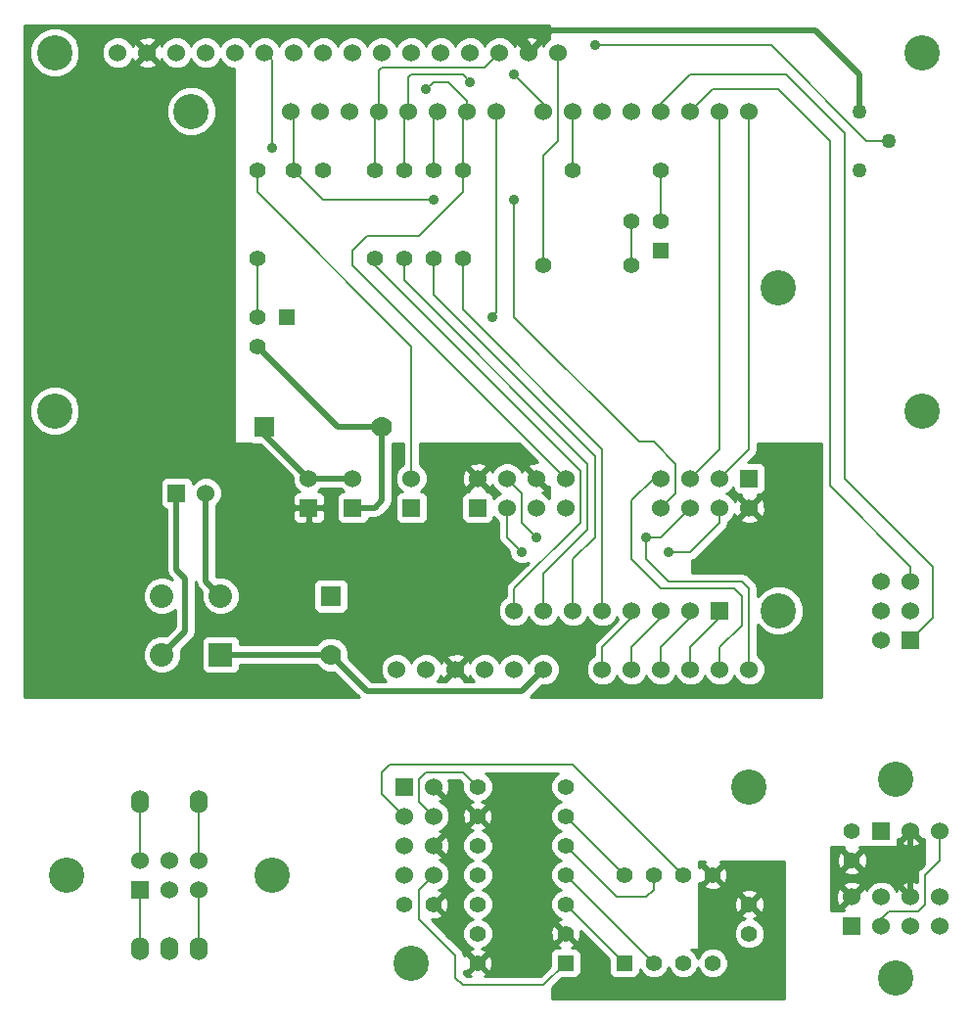
<source format=gbl>
G04 (created by PCBNEW-RS274X (2011-05-25)-stable) date Fri 21 Mar 2014 21:57:54 CST*
G01*
G70*
G90*
%MOIN*%
G04 Gerber Fmt 3.4, Leading zero omitted, Abs format*
%FSLAX34Y34*%
G04 APERTURE LIST*
%ADD10C,0.006000*%
%ADD11C,0.070000*%
%ADD12R,0.070000X0.070000*%
%ADD13R,0.060000X0.060000*%
%ADD14C,0.060000*%
%ADD15C,0.055000*%
%ADD16R,0.055000X0.055000*%
%ADD17O,0.060000X0.080000*%
%ADD18C,0.120000*%
%ADD19C,0.080000*%
%ADD20C,0.050000*%
%ADD21C,0.035000*%
%ADD22C,0.020000*%
%ADD23C,0.008000*%
%ADD24C,0.010000*%
G04 APERTURE END LIST*
G54D10*
G54D11*
X52500Y-34000D03*
G54D12*
X48500Y-34000D03*
G54D13*
X51500Y-36750D03*
G54D14*
X51500Y-35750D03*
G54D13*
X50000Y-36750D03*
G54D14*
X50000Y-35750D03*
G54D13*
X53500Y-36750D03*
G54D14*
X53500Y-35750D03*
G54D13*
X65000Y-35750D03*
G54D14*
X65000Y-36750D03*
X64000Y-35750D03*
X64000Y-36750D03*
X63000Y-35750D03*
X63000Y-36750D03*
X62000Y-35750D03*
X62000Y-36750D03*
G54D15*
X62000Y-25250D03*
X59000Y-25250D03*
X48250Y-28250D03*
X48250Y-25250D03*
X52250Y-28250D03*
X52250Y-25250D03*
X53250Y-28250D03*
X53250Y-25250D03*
X54250Y-28250D03*
X54250Y-25250D03*
X55250Y-28250D03*
X55250Y-25250D03*
G54D16*
X62000Y-28000D03*
G54D15*
X62000Y-27000D03*
X61000Y-27000D03*
G54D16*
X49250Y-30250D03*
G54D15*
X48250Y-30250D03*
X48250Y-31250D03*
X50500Y-25250D03*
X49500Y-25250D03*
G54D13*
X45500Y-36250D03*
G54D14*
X46500Y-36250D03*
G54D12*
X50750Y-39750D03*
G54D11*
X50750Y-41750D03*
G54D13*
X70500Y-41250D03*
G54D14*
X69500Y-41250D03*
X70500Y-40250D03*
X69500Y-40250D03*
X70500Y-39250D03*
X69500Y-39250D03*
G54D13*
X44250Y-49750D03*
G54D14*
X44250Y-48750D03*
X45250Y-49750D03*
X45250Y-48750D03*
X46250Y-49750D03*
X46250Y-48750D03*
G54D17*
X44250Y-51750D03*
X45250Y-51750D03*
X46250Y-51750D03*
X44250Y-46750D03*
X46250Y-46750D03*
G54D18*
X48750Y-49250D03*
X41750Y-49250D03*
G54D19*
X45000Y-39750D03*
X45000Y-41750D03*
G54D10*
G36*
X46600Y-42150D02*
X46600Y-41350D01*
X47400Y-41350D01*
X47400Y-42150D01*
X46600Y-42150D01*
X46600Y-42150D01*
G37*
G54D19*
X47000Y-39750D03*
G54D14*
X65000Y-23250D03*
X64000Y-23250D03*
X63000Y-23250D03*
X62000Y-23250D03*
X61000Y-23250D03*
X60000Y-23250D03*
X59000Y-23250D03*
X58000Y-23250D03*
X56400Y-23250D03*
X55400Y-23250D03*
X54400Y-23250D03*
X53400Y-23250D03*
X52400Y-23250D03*
X51400Y-23250D03*
X50400Y-23250D03*
X49400Y-23250D03*
X53000Y-42250D03*
X54000Y-42250D03*
X55000Y-42250D03*
X56000Y-42250D03*
X57000Y-42250D03*
X58000Y-42250D03*
X60000Y-42250D03*
X61000Y-42250D03*
X62000Y-42250D03*
X63000Y-42250D03*
X64000Y-42250D03*
X65000Y-42250D03*
G54D18*
X46000Y-23250D03*
X66000Y-40250D03*
X66000Y-29250D03*
G54D13*
X64000Y-40250D03*
G54D14*
X63000Y-40250D03*
X62000Y-40250D03*
X61000Y-40250D03*
X60000Y-40250D03*
X59000Y-40250D03*
X58000Y-40250D03*
X57000Y-40250D03*
G54D20*
X68750Y-23250D03*
X69750Y-24250D03*
X68750Y-25250D03*
G54D14*
X43500Y-21250D03*
X44500Y-21250D03*
X45500Y-21250D03*
X46500Y-21250D03*
X47500Y-21250D03*
X48500Y-21250D03*
X49500Y-21250D03*
X50500Y-21250D03*
X51500Y-21250D03*
X52500Y-21250D03*
X53500Y-21250D03*
X54500Y-21250D03*
X55500Y-21250D03*
X56500Y-21250D03*
X57500Y-21250D03*
X58500Y-21250D03*
G54D18*
X41350Y-21250D03*
X70900Y-21250D03*
X70900Y-33450D03*
X41350Y-33450D03*
G54D15*
X58000Y-28500D03*
X61000Y-28500D03*
G54D13*
X55750Y-36750D03*
G54D14*
X55750Y-35750D03*
X56750Y-36750D03*
X56750Y-35750D03*
X57750Y-36750D03*
X57750Y-35750D03*
X58750Y-36750D03*
X58750Y-35750D03*
G54D13*
X53250Y-46250D03*
G54D14*
X54250Y-46250D03*
X53250Y-47250D03*
X54250Y-47250D03*
X53250Y-48250D03*
X54250Y-48250D03*
X53250Y-49250D03*
X54250Y-49250D03*
G54D13*
X68500Y-51000D03*
G54D14*
X68500Y-50000D03*
X69500Y-51000D03*
X69500Y-50000D03*
X70500Y-51000D03*
X70500Y-50000D03*
X71500Y-51000D03*
X71500Y-50000D03*
G54D13*
X69500Y-47750D03*
G54D14*
X70500Y-47750D03*
X71500Y-47750D03*
G54D16*
X60750Y-52250D03*
G54D15*
X61750Y-52250D03*
X62750Y-52250D03*
X63750Y-52250D03*
X63750Y-49250D03*
X62750Y-49250D03*
X61750Y-49250D03*
X60750Y-49250D03*
G54D16*
X58750Y-52250D03*
G54D15*
X58750Y-51250D03*
X58750Y-50250D03*
X58750Y-49250D03*
X58750Y-48250D03*
X58750Y-47250D03*
X58750Y-46250D03*
X55750Y-46250D03*
X55750Y-47250D03*
X55750Y-48250D03*
X55750Y-49250D03*
X55750Y-50250D03*
X55750Y-51250D03*
X55750Y-52250D03*
X68500Y-47750D03*
X68500Y-48750D03*
X65000Y-50250D03*
X65000Y-51250D03*
G54D18*
X70000Y-46000D03*
X70000Y-52750D03*
X65000Y-46250D03*
X53500Y-52250D03*
G54D15*
X54250Y-50250D03*
X53250Y-50250D03*
G54D21*
X57000Y-26250D03*
X54250Y-26250D03*
X59750Y-21000D03*
X54000Y-22500D03*
X54400Y-23250D03*
X55500Y-22250D03*
X48750Y-24500D03*
X57000Y-22000D03*
X57750Y-37750D03*
X61500Y-37750D03*
X56750Y-35750D03*
X62250Y-38250D03*
X57250Y-38250D03*
X64000Y-36750D03*
X56250Y-30250D03*
X56400Y-23250D03*
X61000Y-42250D03*
X55000Y-42250D03*
G54D22*
X46500Y-36250D02*
X46500Y-39250D01*
X46500Y-39250D02*
X47000Y-39750D01*
X45500Y-36250D02*
X45500Y-38850D01*
X45800Y-40950D02*
X45000Y-41750D01*
X45800Y-39150D02*
X45800Y-40950D01*
X45500Y-38850D02*
X45800Y-39150D01*
G54D23*
X49500Y-25250D02*
X50500Y-26250D01*
X62500Y-36250D02*
X62000Y-36750D01*
X62500Y-35250D02*
X62500Y-36250D01*
X61750Y-34500D02*
X62500Y-35250D01*
X61250Y-34500D02*
X61750Y-34500D01*
X57000Y-30250D02*
X61250Y-34500D01*
X57000Y-26250D02*
X57000Y-30250D01*
X50500Y-26250D02*
X54250Y-26250D01*
X49500Y-25250D02*
X49500Y-23350D01*
X49500Y-23350D02*
X49400Y-23250D01*
X64000Y-42250D02*
X64000Y-41500D01*
X61750Y-35750D02*
X62000Y-35750D01*
X61000Y-36500D02*
X61750Y-35750D01*
X61000Y-38500D02*
X61000Y-36500D01*
X62000Y-39500D02*
X61000Y-38500D01*
X64500Y-39500D02*
X62000Y-39500D01*
X64750Y-39750D02*
X64500Y-39500D01*
X64750Y-40750D02*
X64750Y-39750D01*
X64000Y-41500D02*
X64750Y-40750D01*
X69750Y-24250D02*
X69000Y-24250D01*
X65750Y-21000D02*
X59750Y-21000D01*
X69000Y-24250D02*
X65750Y-21000D01*
X64000Y-35750D02*
X65000Y-34750D01*
X65000Y-34750D02*
X65000Y-23250D01*
X64000Y-34750D02*
X63000Y-35750D01*
X64000Y-23250D02*
X64000Y-34750D01*
X70500Y-39250D02*
X70500Y-38750D01*
X63750Y-22500D02*
X63000Y-23250D01*
X66000Y-22500D02*
X63750Y-22500D01*
X67750Y-24250D02*
X66000Y-22500D01*
X67750Y-36000D02*
X67750Y-24250D01*
X70500Y-38750D02*
X67750Y-36000D01*
X62000Y-23250D02*
X62000Y-23000D01*
X71250Y-40500D02*
X70500Y-41250D01*
X71250Y-38750D02*
X71250Y-40500D01*
X68250Y-35750D02*
X71250Y-38750D01*
X68250Y-24000D02*
X68250Y-35750D01*
X66250Y-22000D02*
X68250Y-24000D01*
X63000Y-22000D02*
X66250Y-22000D01*
X62000Y-23000D02*
X63000Y-22000D01*
X55250Y-25250D02*
X55250Y-26000D01*
X51500Y-28500D02*
X58750Y-35750D01*
X51500Y-28000D02*
X51500Y-28500D01*
X52000Y-27500D02*
X51500Y-28000D01*
X53750Y-27500D02*
X52000Y-27500D01*
X55250Y-26000D02*
X53750Y-27500D01*
X55250Y-25250D02*
X55250Y-23400D01*
X55250Y-23400D02*
X55400Y-23250D01*
X55400Y-23250D02*
X55400Y-22900D01*
X54250Y-22250D02*
X54000Y-22500D01*
X54750Y-22250D02*
X54250Y-22250D01*
X55400Y-22900D02*
X54750Y-22250D01*
X54250Y-25250D02*
X54250Y-23400D01*
X54250Y-23400D02*
X54400Y-23250D01*
X53400Y-22100D02*
X53500Y-22000D01*
X53500Y-22000D02*
X55250Y-22000D01*
X55250Y-22000D02*
X55500Y-22250D01*
X53400Y-23250D02*
X53400Y-22100D01*
X53250Y-25250D02*
X53250Y-23400D01*
X53250Y-23400D02*
X53400Y-23250D01*
X52400Y-23250D02*
X52400Y-21850D01*
X56000Y-21750D02*
X56500Y-21250D01*
X52500Y-21750D02*
X56000Y-21750D01*
X52400Y-21850D02*
X52500Y-21750D01*
X52250Y-25250D02*
X52250Y-23400D01*
X52250Y-23400D02*
X52400Y-23250D01*
X48500Y-21250D02*
X48750Y-21500D01*
X48750Y-21500D02*
X48750Y-24500D01*
X59000Y-23250D02*
X59000Y-25250D01*
G54D22*
X48500Y-34000D02*
X48500Y-34250D01*
X48500Y-34250D02*
X50000Y-35750D01*
X50000Y-35750D02*
X51500Y-35750D01*
X52500Y-34000D02*
X51000Y-34000D01*
X51000Y-34000D02*
X48250Y-31250D01*
X51500Y-36750D02*
X52250Y-36750D01*
X52500Y-36500D02*
X52500Y-34000D01*
X52250Y-36750D02*
X52500Y-36500D01*
G54D23*
X53500Y-35750D02*
X53500Y-31250D01*
X48250Y-26000D02*
X48250Y-25250D01*
X53500Y-31250D02*
X48250Y-26000D01*
X58000Y-23250D02*
X58000Y-23000D01*
X58000Y-23000D02*
X57000Y-22000D01*
X65000Y-42250D02*
X65000Y-39750D01*
X61500Y-38500D02*
X61500Y-37750D01*
X62250Y-39250D02*
X61500Y-38500D01*
X63000Y-39250D02*
X62250Y-39250D01*
X64750Y-39250D02*
X63000Y-39250D01*
X65000Y-39500D02*
X64750Y-39250D01*
X65000Y-39750D02*
X65000Y-39500D01*
X61500Y-37750D02*
X62000Y-37750D01*
X62000Y-37750D02*
X63000Y-36750D01*
X56750Y-35750D02*
X57250Y-36250D01*
X57250Y-36250D02*
X57250Y-37250D01*
X57250Y-37250D02*
X57750Y-37750D01*
X57750Y-37750D02*
X57750Y-37750D01*
X56750Y-36750D02*
X56750Y-37750D01*
X64000Y-37250D02*
X64000Y-36750D01*
X63000Y-38250D02*
X64000Y-37250D01*
X62250Y-38250D02*
X63000Y-38250D01*
X56750Y-37750D02*
X57250Y-38250D01*
X56400Y-30100D02*
X56400Y-23250D01*
X56250Y-30250D02*
X56400Y-30100D01*
G54D22*
X69250Y-49250D02*
X69000Y-49250D01*
X69000Y-49250D02*
X68500Y-48750D01*
X70500Y-47750D02*
X70500Y-50000D01*
X70500Y-50000D02*
X70000Y-49500D01*
X70000Y-49500D02*
X69750Y-49250D01*
X69750Y-49250D02*
X69250Y-49250D01*
X69250Y-49250D02*
X68500Y-50000D01*
X50750Y-41750D02*
X52000Y-43000D01*
X57250Y-43000D02*
X58000Y-42250D01*
X52000Y-43000D02*
X57250Y-43000D01*
X47000Y-41750D02*
X50750Y-41750D01*
G54D23*
X58000Y-28500D02*
X58000Y-24750D01*
X58500Y-24250D02*
X58500Y-21250D01*
X58000Y-24750D02*
X58500Y-24250D01*
X46250Y-48750D02*
X46250Y-46750D01*
X44250Y-48750D02*
X44250Y-46750D01*
X46250Y-51750D02*
X46250Y-49750D01*
X46250Y-49750D02*
X46250Y-50250D01*
X44250Y-51750D02*
X44250Y-49750D01*
X58750Y-48250D02*
X60500Y-50000D01*
X61750Y-49750D02*
X61750Y-49250D01*
X61500Y-50000D02*
X61750Y-49750D01*
X60500Y-50000D02*
X61500Y-50000D01*
X58750Y-50250D02*
X60750Y-52250D01*
X58750Y-47250D02*
X60750Y-49250D01*
X58750Y-49250D02*
X61750Y-52250D01*
X54250Y-49250D02*
X53750Y-49750D01*
X53750Y-49750D02*
X53750Y-50750D01*
X53750Y-50750D02*
X54000Y-51000D01*
X54000Y-51000D02*
X55000Y-52000D01*
X55000Y-52000D02*
X55000Y-52750D01*
X55000Y-52750D02*
X55250Y-53000D01*
X55250Y-53000D02*
X58000Y-53000D01*
X58000Y-53000D02*
X58750Y-52250D01*
X54250Y-47250D02*
X53750Y-46750D01*
X55250Y-45750D02*
X55750Y-46250D01*
X54000Y-45750D02*
X55250Y-45750D01*
X53750Y-46000D02*
X54000Y-45750D01*
X53750Y-46750D02*
X53750Y-46000D01*
X62750Y-49250D02*
X59000Y-45500D01*
X52500Y-46500D02*
X53250Y-47250D01*
X52500Y-45750D02*
X52500Y-46500D01*
X52750Y-45500D02*
X52500Y-45750D01*
X59000Y-45500D02*
X52750Y-45500D01*
X62000Y-42250D02*
X62000Y-41500D01*
X63000Y-40500D02*
X63000Y-40250D01*
X62000Y-41500D02*
X63000Y-40500D01*
X61000Y-27000D02*
X61000Y-28500D01*
X62000Y-25250D02*
X62000Y-27000D01*
X48250Y-28250D02*
X48250Y-30250D01*
X60000Y-40250D02*
X60000Y-34750D01*
X55250Y-30000D02*
X55250Y-28250D01*
X60000Y-34750D02*
X55250Y-30000D01*
X61000Y-42250D02*
X61000Y-41500D01*
X62000Y-40500D02*
X62000Y-40250D01*
X61000Y-41500D02*
X62000Y-40500D01*
X63000Y-42250D02*
X63000Y-41750D01*
X64000Y-40500D02*
X64000Y-40250D01*
X63000Y-41500D02*
X64000Y-40500D01*
X63000Y-41750D02*
X63000Y-41500D01*
X54250Y-28250D02*
X54250Y-29500D01*
X59000Y-38500D02*
X59000Y-40250D01*
X59750Y-37750D02*
X59000Y-38500D01*
X59750Y-35000D02*
X59750Y-37750D01*
X54250Y-29500D02*
X59750Y-35000D01*
X52250Y-28250D02*
X52250Y-28500D01*
X57000Y-39500D02*
X57000Y-40250D01*
X59250Y-37250D02*
X57000Y-39500D01*
X59250Y-35500D02*
X59250Y-37250D01*
X52250Y-28500D02*
X59250Y-35500D01*
X57000Y-40250D02*
X57000Y-40250D01*
X53250Y-28250D02*
X53250Y-29000D01*
X58000Y-39000D02*
X58000Y-40250D01*
X59500Y-37500D02*
X58000Y-39000D01*
X59500Y-35250D02*
X59500Y-37500D01*
X53250Y-29000D02*
X59500Y-35250D01*
X58000Y-40250D02*
X58000Y-40250D01*
X69500Y-51000D02*
X69500Y-50750D01*
X71500Y-48750D02*
X71500Y-47750D01*
X71000Y-49250D02*
X71500Y-48750D01*
X71000Y-50250D02*
X71000Y-49250D01*
X70750Y-50500D02*
X71000Y-50250D01*
X69750Y-50500D02*
X70750Y-50500D01*
X69500Y-50750D02*
X69750Y-50500D01*
X60000Y-42250D02*
X60000Y-41500D01*
X61000Y-40500D02*
X61000Y-40250D01*
X60000Y-41500D02*
X61000Y-40500D01*
G54D22*
X44500Y-21250D02*
X45250Y-20500D01*
X57500Y-21000D02*
X57500Y-21250D01*
X57000Y-20500D02*
X57500Y-21000D01*
X45250Y-20500D02*
X57000Y-20500D01*
X68750Y-23250D02*
X68750Y-22000D01*
X58250Y-20500D02*
X57500Y-21250D01*
X67250Y-20500D02*
X58250Y-20500D01*
X68750Y-22000D02*
X67250Y-20500D01*
G54D10*
G36*
X67450Y-43200D02*
X57544Y-43200D01*
X57945Y-42799D01*
X58109Y-42799D01*
X58311Y-42715D01*
X58465Y-42561D01*
X58549Y-42359D01*
X58549Y-42141D01*
X58465Y-41939D01*
X58311Y-41785D01*
X58109Y-41701D01*
X57891Y-41701D01*
X57689Y-41785D01*
X57535Y-41939D01*
X57500Y-42023D01*
X57465Y-41939D01*
X57311Y-41785D01*
X57109Y-41701D01*
X56891Y-41701D01*
X56689Y-41785D01*
X56535Y-41939D01*
X56500Y-42023D01*
X56465Y-41939D01*
X56311Y-41785D01*
X56109Y-41701D01*
X55891Y-41701D01*
X55689Y-41785D01*
X55535Y-41939D01*
X55497Y-42030D01*
X55472Y-41969D01*
X55378Y-41942D01*
X55308Y-42012D01*
X55308Y-41872D01*
X55281Y-41778D01*
X55079Y-41707D01*
X54866Y-41718D01*
X54719Y-41778D01*
X54692Y-41872D01*
X55000Y-42179D01*
X55308Y-41872D01*
X55308Y-42012D01*
X55071Y-42250D01*
X55378Y-42558D01*
X55472Y-42531D01*
X55495Y-42465D01*
X55535Y-42561D01*
X55624Y-42650D01*
X55301Y-42650D01*
X55308Y-42628D01*
X55000Y-42321D01*
X54692Y-42628D01*
X54698Y-42650D01*
X54376Y-42650D01*
X54465Y-42561D01*
X54502Y-42469D01*
X54528Y-42531D01*
X54622Y-42558D01*
X54929Y-42250D01*
X54622Y-41942D01*
X54528Y-41969D01*
X54504Y-42034D01*
X54465Y-41939D01*
X54311Y-41785D01*
X54109Y-41701D01*
X53891Y-41701D01*
X53689Y-41785D01*
X53535Y-41939D01*
X53500Y-42023D01*
X53465Y-41939D01*
X53311Y-41785D01*
X53109Y-41701D01*
X52891Y-41701D01*
X52689Y-41785D01*
X52535Y-41939D01*
X52451Y-42141D01*
X52451Y-42359D01*
X52535Y-42561D01*
X52624Y-42650D01*
X52144Y-42650D01*
X51349Y-41854D01*
X51349Y-41631D01*
X51349Y-40150D01*
X51349Y-40051D01*
X51349Y-39351D01*
X51311Y-39259D01*
X51241Y-39189D01*
X51150Y-39151D01*
X51051Y-39151D01*
X50550Y-39151D01*
X50550Y-36862D01*
X50488Y-36800D01*
X50050Y-36800D01*
X50050Y-37238D01*
X50112Y-37300D01*
X50251Y-37299D01*
X50350Y-37299D01*
X50441Y-37261D01*
X50511Y-37191D01*
X50549Y-37099D01*
X50550Y-36862D01*
X50550Y-39151D01*
X50351Y-39151D01*
X50259Y-39189D01*
X50189Y-39259D01*
X50151Y-39350D01*
X50151Y-39449D01*
X50151Y-40149D01*
X50189Y-40241D01*
X50259Y-40311D01*
X50350Y-40349D01*
X50449Y-40349D01*
X51149Y-40349D01*
X51241Y-40311D01*
X51311Y-40241D01*
X51349Y-40150D01*
X51349Y-41631D01*
X51258Y-41411D01*
X51089Y-41242D01*
X50869Y-41151D01*
X50631Y-41151D01*
X50411Y-41242D01*
X50253Y-41400D01*
X49950Y-41400D01*
X49950Y-37238D01*
X49950Y-36800D01*
X49512Y-36800D01*
X49450Y-36862D01*
X49451Y-37099D01*
X49489Y-37191D01*
X49559Y-37261D01*
X49650Y-37299D01*
X49749Y-37299D01*
X49888Y-37300D01*
X49950Y-37238D01*
X49950Y-41400D01*
X47649Y-41400D01*
X47649Y-41301D01*
X47649Y-39879D01*
X47649Y-39621D01*
X47550Y-39382D01*
X47368Y-39200D01*
X47129Y-39101D01*
X46871Y-39101D01*
X46852Y-39108D01*
X46850Y-39105D01*
X46850Y-36676D01*
X46965Y-36561D01*
X47049Y-36359D01*
X47049Y-36141D01*
X46965Y-35939D01*
X46850Y-35824D01*
X46850Y-23420D01*
X46850Y-23082D01*
X46721Y-22770D01*
X46482Y-22530D01*
X46170Y-22400D01*
X45832Y-22400D01*
X45520Y-22529D01*
X45280Y-22768D01*
X45150Y-23080D01*
X45150Y-23418D01*
X45279Y-23730D01*
X45518Y-23970D01*
X45830Y-24100D01*
X46168Y-24100D01*
X46480Y-23971D01*
X46720Y-23732D01*
X46850Y-23420D01*
X46850Y-35824D01*
X46811Y-35785D01*
X46609Y-35701D01*
X46391Y-35701D01*
X46189Y-35785D01*
X46049Y-35925D01*
X46049Y-35901D01*
X46011Y-35809D01*
X45941Y-35739D01*
X45850Y-35701D01*
X45751Y-35701D01*
X45151Y-35701D01*
X45059Y-35739D01*
X44989Y-35809D01*
X44951Y-35900D01*
X44951Y-35999D01*
X44951Y-36599D01*
X44989Y-36691D01*
X45059Y-36761D01*
X45150Y-36799D01*
X45150Y-38850D01*
X45177Y-38984D01*
X45253Y-39097D01*
X45346Y-39191D01*
X45129Y-39101D01*
X44871Y-39101D01*
X44808Y-39127D01*
X44808Y-21628D01*
X44500Y-21321D01*
X44429Y-21391D01*
X44429Y-21250D01*
X44122Y-20942D01*
X44028Y-20969D01*
X44004Y-21034D01*
X43965Y-20939D01*
X43811Y-20785D01*
X43609Y-20701D01*
X43391Y-20701D01*
X43189Y-20785D01*
X43035Y-20939D01*
X42951Y-21141D01*
X42951Y-21359D01*
X43035Y-21561D01*
X43189Y-21715D01*
X43391Y-21799D01*
X43609Y-21799D01*
X43811Y-21715D01*
X43965Y-21561D01*
X44002Y-21469D01*
X44028Y-21531D01*
X44122Y-21558D01*
X44429Y-21250D01*
X44429Y-21391D01*
X44192Y-21628D01*
X44219Y-21722D01*
X44421Y-21793D01*
X44634Y-21782D01*
X44781Y-21722D01*
X44808Y-21628D01*
X44808Y-39127D01*
X44632Y-39200D01*
X44450Y-39382D01*
X44351Y-39621D01*
X44351Y-39879D01*
X44450Y-40118D01*
X44632Y-40300D01*
X44871Y-40399D01*
X45129Y-40399D01*
X45368Y-40300D01*
X45450Y-40218D01*
X45450Y-40805D01*
X45147Y-41108D01*
X45129Y-41101D01*
X44871Y-41101D01*
X44632Y-41200D01*
X44450Y-41382D01*
X44351Y-41621D01*
X44351Y-41879D01*
X44450Y-42118D01*
X44632Y-42300D01*
X44871Y-42399D01*
X45129Y-42399D01*
X45368Y-42300D01*
X45550Y-42118D01*
X45649Y-41879D01*
X45649Y-41621D01*
X45641Y-41602D01*
X46047Y-41198D01*
X46047Y-41197D01*
X46123Y-41084D01*
X46149Y-40950D01*
X46150Y-40950D01*
X46150Y-39250D01*
X46177Y-39384D01*
X46253Y-39497D01*
X46358Y-39602D01*
X46351Y-39621D01*
X46351Y-39879D01*
X46450Y-40118D01*
X46632Y-40300D01*
X46871Y-40399D01*
X47129Y-40399D01*
X47368Y-40300D01*
X47550Y-40118D01*
X47649Y-39879D01*
X47649Y-41301D01*
X47611Y-41209D01*
X47541Y-41139D01*
X47450Y-41101D01*
X47351Y-41101D01*
X46551Y-41101D01*
X46459Y-41139D01*
X46389Y-41209D01*
X46351Y-41300D01*
X46351Y-41399D01*
X46351Y-42199D01*
X46389Y-42291D01*
X46459Y-42361D01*
X46550Y-42399D01*
X46649Y-42399D01*
X47449Y-42399D01*
X47541Y-42361D01*
X47611Y-42291D01*
X47649Y-42200D01*
X47649Y-42101D01*
X47649Y-42100D01*
X50253Y-42100D01*
X50411Y-42258D01*
X50631Y-42349D01*
X50854Y-42349D01*
X51705Y-43200D01*
X42200Y-43200D01*
X42200Y-33620D01*
X42200Y-33282D01*
X42200Y-21420D01*
X42200Y-21082D01*
X42071Y-20770D01*
X41832Y-20530D01*
X41520Y-20400D01*
X41182Y-20400D01*
X40870Y-20529D01*
X40630Y-20768D01*
X40500Y-21080D01*
X40500Y-21418D01*
X40629Y-21730D01*
X40868Y-21970D01*
X41180Y-22100D01*
X41518Y-22100D01*
X41830Y-21971D01*
X42070Y-21732D01*
X42200Y-21420D01*
X42200Y-33282D01*
X42071Y-32970D01*
X41832Y-32730D01*
X41520Y-32600D01*
X41182Y-32600D01*
X40870Y-32729D01*
X40630Y-32968D01*
X40500Y-33280D01*
X40500Y-33618D01*
X40629Y-33930D01*
X40868Y-34170D01*
X41180Y-34300D01*
X41518Y-34300D01*
X41830Y-34171D01*
X42070Y-33932D01*
X42200Y-33620D01*
X42200Y-43200D01*
X40325Y-43200D01*
X40325Y-20325D01*
X58200Y-20325D01*
X58200Y-20780D01*
X58189Y-20785D01*
X58035Y-20939D01*
X57997Y-21030D01*
X57972Y-20969D01*
X57878Y-20942D01*
X57808Y-21012D01*
X57808Y-20872D01*
X57781Y-20778D01*
X57579Y-20707D01*
X57366Y-20718D01*
X57219Y-20778D01*
X57192Y-20872D01*
X57500Y-21179D01*
X57808Y-20872D01*
X57808Y-21012D01*
X57620Y-21200D01*
X57379Y-21200D01*
X57122Y-20942D01*
X57028Y-20969D01*
X57004Y-21034D01*
X56965Y-20939D01*
X56811Y-20785D01*
X56609Y-20701D01*
X56391Y-20701D01*
X56189Y-20785D01*
X56035Y-20939D01*
X56000Y-21023D01*
X55965Y-20939D01*
X55811Y-20785D01*
X55609Y-20701D01*
X55391Y-20701D01*
X55189Y-20785D01*
X55035Y-20939D01*
X55000Y-21023D01*
X54965Y-20939D01*
X54811Y-20785D01*
X54609Y-20701D01*
X54391Y-20701D01*
X54189Y-20785D01*
X54035Y-20939D01*
X54000Y-21023D01*
X53965Y-20939D01*
X53811Y-20785D01*
X53609Y-20701D01*
X53391Y-20701D01*
X53189Y-20785D01*
X53035Y-20939D01*
X53000Y-21023D01*
X52965Y-20939D01*
X52811Y-20785D01*
X52609Y-20701D01*
X52391Y-20701D01*
X52189Y-20785D01*
X52035Y-20939D01*
X52000Y-21023D01*
X51965Y-20939D01*
X51811Y-20785D01*
X51609Y-20701D01*
X51391Y-20701D01*
X51189Y-20785D01*
X51035Y-20939D01*
X51000Y-21023D01*
X50965Y-20939D01*
X50811Y-20785D01*
X50609Y-20701D01*
X50391Y-20701D01*
X50189Y-20785D01*
X50035Y-20939D01*
X50000Y-21023D01*
X49965Y-20939D01*
X49811Y-20785D01*
X49609Y-20701D01*
X49391Y-20701D01*
X49189Y-20785D01*
X49035Y-20939D01*
X49000Y-21023D01*
X48965Y-20939D01*
X48811Y-20785D01*
X48609Y-20701D01*
X48391Y-20701D01*
X48189Y-20785D01*
X48035Y-20939D01*
X48000Y-21023D01*
X47965Y-20939D01*
X47811Y-20785D01*
X47609Y-20701D01*
X47391Y-20701D01*
X47189Y-20785D01*
X47035Y-20939D01*
X47000Y-21023D01*
X46965Y-20939D01*
X46811Y-20785D01*
X46609Y-20701D01*
X46391Y-20701D01*
X46189Y-20785D01*
X46035Y-20939D01*
X46000Y-21023D01*
X45965Y-20939D01*
X45811Y-20785D01*
X45609Y-20701D01*
X45391Y-20701D01*
X45189Y-20785D01*
X45035Y-20939D01*
X44997Y-21030D01*
X44972Y-20969D01*
X44878Y-20942D01*
X44808Y-21012D01*
X44808Y-20872D01*
X44781Y-20778D01*
X44579Y-20707D01*
X44366Y-20718D01*
X44219Y-20778D01*
X44192Y-20872D01*
X44500Y-21179D01*
X44808Y-20872D01*
X44808Y-21012D01*
X44571Y-21250D01*
X44878Y-21558D01*
X44972Y-21531D01*
X44995Y-21465D01*
X45035Y-21561D01*
X45189Y-21715D01*
X45391Y-21799D01*
X45609Y-21799D01*
X45811Y-21715D01*
X45965Y-21561D01*
X46000Y-21476D01*
X46035Y-21561D01*
X46189Y-21715D01*
X46391Y-21799D01*
X46609Y-21799D01*
X46811Y-21715D01*
X46965Y-21561D01*
X47000Y-21476D01*
X47035Y-21561D01*
X47189Y-21715D01*
X47391Y-21799D01*
X47450Y-21799D01*
X47450Y-34550D01*
X47998Y-34550D01*
X48009Y-34561D01*
X48100Y-34599D01*
X48199Y-34599D01*
X48354Y-34599D01*
X49451Y-35695D01*
X49451Y-35859D01*
X49535Y-36061D01*
X49675Y-36201D01*
X49650Y-36201D01*
X49559Y-36239D01*
X49489Y-36309D01*
X49451Y-36401D01*
X49450Y-36638D01*
X49512Y-36700D01*
X49900Y-36700D01*
X49950Y-36700D01*
X50050Y-36700D01*
X50100Y-36700D01*
X50488Y-36700D01*
X50550Y-36638D01*
X50549Y-36401D01*
X50511Y-36309D01*
X50441Y-36239D01*
X50350Y-36201D01*
X50325Y-36201D01*
X50426Y-36100D01*
X51074Y-36100D01*
X51175Y-36201D01*
X51151Y-36201D01*
X51059Y-36239D01*
X50989Y-36309D01*
X50951Y-36400D01*
X50951Y-36499D01*
X50951Y-37099D01*
X50989Y-37191D01*
X51059Y-37261D01*
X51150Y-37299D01*
X51249Y-37299D01*
X51849Y-37299D01*
X51941Y-37261D01*
X52011Y-37191D01*
X52049Y-37100D01*
X52250Y-37100D01*
X52250Y-37099D01*
X52384Y-37073D01*
X52497Y-36997D01*
X52747Y-36748D01*
X52747Y-36747D01*
X52823Y-36634D01*
X52849Y-36500D01*
X52850Y-36500D01*
X52850Y-34550D01*
X53210Y-34550D01*
X53210Y-35276D01*
X53189Y-35285D01*
X53035Y-35439D01*
X52951Y-35641D01*
X52951Y-35859D01*
X53035Y-36061D01*
X53175Y-36201D01*
X53151Y-36201D01*
X53059Y-36239D01*
X52989Y-36309D01*
X52951Y-36400D01*
X52951Y-36499D01*
X52951Y-37099D01*
X52989Y-37191D01*
X53059Y-37261D01*
X53150Y-37299D01*
X53249Y-37299D01*
X53849Y-37299D01*
X53941Y-37261D01*
X54011Y-37191D01*
X54049Y-37100D01*
X54049Y-37001D01*
X54049Y-36401D01*
X54011Y-36309D01*
X53941Y-36239D01*
X53850Y-36201D01*
X53825Y-36201D01*
X53965Y-36061D01*
X54049Y-35859D01*
X54049Y-35641D01*
X53965Y-35439D01*
X53811Y-35285D01*
X53790Y-35276D01*
X53790Y-34550D01*
X57140Y-34550D01*
X57798Y-35208D01*
X57616Y-35218D01*
X57469Y-35278D01*
X57442Y-35372D01*
X57715Y-35644D01*
X57750Y-35679D01*
X57821Y-35750D01*
X57856Y-35785D01*
X58128Y-36058D01*
X58200Y-36037D01*
X58200Y-36424D01*
X58061Y-36285D01*
X57969Y-36247D01*
X58031Y-36222D01*
X58058Y-36128D01*
X57785Y-35856D01*
X57750Y-35821D01*
X57679Y-35750D01*
X57644Y-35715D01*
X57372Y-35442D01*
X57278Y-35469D01*
X57254Y-35534D01*
X57215Y-35439D01*
X57061Y-35285D01*
X56859Y-35201D01*
X56641Y-35201D01*
X56439Y-35285D01*
X56285Y-35439D01*
X56247Y-35530D01*
X56222Y-35469D01*
X56128Y-35442D01*
X56058Y-35512D01*
X56058Y-35372D01*
X56031Y-35278D01*
X55829Y-35207D01*
X55616Y-35218D01*
X55469Y-35278D01*
X55442Y-35372D01*
X55750Y-35679D01*
X56058Y-35372D01*
X56058Y-35512D01*
X55821Y-35750D01*
X56128Y-36058D01*
X56222Y-36031D01*
X56245Y-35965D01*
X56285Y-36061D01*
X56439Y-36215D01*
X56523Y-36250D01*
X56439Y-36285D01*
X56299Y-36425D01*
X56299Y-36401D01*
X56261Y-36309D01*
X56191Y-36239D01*
X56100Y-36201D01*
X56037Y-36201D01*
X56058Y-36128D01*
X55750Y-35821D01*
X55679Y-35891D01*
X55679Y-35750D01*
X55372Y-35442D01*
X55278Y-35469D01*
X55207Y-35671D01*
X55218Y-35884D01*
X55278Y-36031D01*
X55372Y-36058D01*
X55679Y-35750D01*
X55679Y-35891D01*
X55442Y-36128D01*
X55462Y-36201D01*
X55401Y-36201D01*
X55309Y-36239D01*
X55239Y-36309D01*
X55201Y-36400D01*
X55201Y-36499D01*
X55201Y-37099D01*
X55239Y-37191D01*
X55309Y-37261D01*
X55400Y-37299D01*
X55499Y-37299D01*
X56099Y-37299D01*
X56191Y-37261D01*
X56261Y-37191D01*
X56299Y-37100D01*
X56299Y-37075D01*
X56439Y-37215D01*
X56460Y-37223D01*
X56460Y-37750D01*
X56482Y-37861D01*
X56545Y-37955D01*
X56825Y-38235D01*
X56825Y-38334D01*
X56889Y-38490D01*
X57009Y-38610D01*
X57165Y-38675D01*
X57334Y-38675D01*
X57471Y-38618D01*
X56795Y-39295D01*
X56732Y-39389D01*
X56710Y-39500D01*
X56710Y-39776D01*
X56689Y-39785D01*
X56535Y-39939D01*
X56451Y-40141D01*
X56451Y-40359D01*
X56535Y-40561D01*
X56689Y-40715D01*
X56891Y-40799D01*
X57109Y-40799D01*
X57311Y-40715D01*
X57465Y-40561D01*
X57500Y-40476D01*
X57535Y-40561D01*
X57689Y-40715D01*
X57891Y-40799D01*
X58109Y-40799D01*
X58311Y-40715D01*
X58465Y-40561D01*
X58500Y-40476D01*
X58535Y-40561D01*
X58689Y-40715D01*
X58891Y-40799D01*
X59109Y-40799D01*
X59311Y-40715D01*
X59465Y-40561D01*
X59500Y-40476D01*
X59535Y-40561D01*
X59689Y-40715D01*
X59891Y-40799D01*
X60109Y-40799D01*
X60311Y-40715D01*
X60465Y-40561D01*
X60500Y-40476D01*
X60533Y-40556D01*
X59795Y-41295D01*
X59732Y-41389D01*
X59710Y-41500D01*
X59710Y-41776D01*
X59689Y-41785D01*
X59535Y-41939D01*
X59451Y-42141D01*
X59451Y-42359D01*
X59535Y-42561D01*
X59689Y-42715D01*
X59891Y-42799D01*
X60109Y-42799D01*
X60311Y-42715D01*
X60465Y-42561D01*
X60500Y-42476D01*
X60535Y-42561D01*
X60689Y-42715D01*
X60891Y-42799D01*
X61109Y-42799D01*
X61311Y-42715D01*
X61465Y-42561D01*
X61500Y-42476D01*
X61535Y-42561D01*
X61689Y-42715D01*
X61891Y-42799D01*
X62109Y-42799D01*
X62311Y-42715D01*
X62465Y-42561D01*
X62500Y-42476D01*
X62535Y-42561D01*
X62689Y-42715D01*
X62891Y-42799D01*
X63109Y-42799D01*
X63311Y-42715D01*
X63465Y-42561D01*
X63500Y-42476D01*
X63535Y-42561D01*
X63689Y-42715D01*
X63891Y-42799D01*
X64109Y-42799D01*
X64311Y-42715D01*
X64465Y-42561D01*
X64500Y-42476D01*
X64535Y-42561D01*
X64689Y-42715D01*
X64891Y-42799D01*
X65109Y-42799D01*
X65311Y-42715D01*
X65465Y-42561D01*
X65549Y-42359D01*
X65549Y-42141D01*
X65465Y-41939D01*
X65311Y-41785D01*
X65290Y-41776D01*
X65290Y-40741D01*
X65518Y-40970D01*
X65830Y-41100D01*
X66168Y-41100D01*
X66480Y-40971D01*
X66720Y-40732D01*
X66850Y-40420D01*
X66850Y-40082D01*
X66721Y-39770D01*
X66482Y-39530D01*
X66170Y-39400D01*
X65832Y-39400D01*
X65543Y-39519D01*
X65543Y-36829D01*
X65532Y-36616D01*
X65472Y-36469D01*
X65378Y-36442D01*
X65071Y-36750D01*
X65378Y-37058D01*
X65472Y-37031D01*
X65543Y-36829D01*
X65543Y-39519D01*
X65520Y-39529D01*
X65308Y-39740D01*
X65308Y-37128D01*
X65000Y-36821D01*
X64692Y-37128D01*
X64719Y-37222D01*
X64921Y-37293D01*
X65134Y-37282D01*
X65281Y-37222D01*
X65308Y-37128D01*
X65308Y-39740D01*
X65290Y-39758D01*
X65290Y-39750D01*
X65290Y-39500D01*
X65268Y-39389D01*
X65205Y-39295D01*
X64955Y-39045D01*
X64861Y-38982D01*
X64750Y-38960D01*
X63050Y-38960D01*
X63050Y-38530D01*
X63111Y-38518D01*
X63205Y-38455D01*
X64205Y-37455D01*
X64268Y-37361D01*
X64290Y-37250D01*
X64290Y-37223D01*
X64311Y-37215D01*
X64465Y-37061D01*
X64502Y-36969D01*
X64528Y-37031D01*
X64622Y-37058D01*
X64929Y-36750D01*
X64622Y-36442D01*
X64528Y-36469D01*
X64504Y-36534D01*
X64465Y-36439D01*
X64311Y-36285D01*
X64226Y-36250D01*
X64311Y-36215D01*
X64451Y-36075D01*
X64451Y-36099D01*
X64489Y-36191D01*
X64559Y-36261D01*
X64650Y-36299D01*
X64712Y-36299D01*
X64692Y-36372D01*
X65000Y-36679D01*
X65308Y-36372D01*
X65287Y-36299D01*
X65349Y-36299D01*
X65441Y-36261D01*
X65511Y-36191D01*
X65549Y-36100D01*
X65549Y-36001D01*
X65549Y-35401D01*
X65511Y-35309D01*
X65441Y-35239D01*
X65350Y-35201D01*
X65251Y-35201D01*
X64959Y-35201D01*
X65205Y-34955D01*
X65268Y-34861D01*
X65290Y-34750D01*
X65290Y-34550D01*
X67450Y-34550D01*
X67450Y-43200D01*
X67450Y-43200D01*
G37*
G54D24*
X67450Y-43200D02*
X57544Y-43200D01*
X57945Y-42799D01*
X58109Y-42799D01*
X58311Y-42715D01*
X58465Y-42561D01*
X58549Y-42359D01*
X58549Y-42141D01*
X58465Y-41939D01*
X58311Y-41785D01*
X58109Y-41701D01*
X57891Y-41701D01*
X57689Y-41785D01*
X57535Y-41939D01*
X57500Y-42023D01*
X57465Y-41939D01*
X57311Y-41785D01*
X57109Y-41701D01*
X56891Y-41701D01*
X56689Y-41785D01*
X56535Y-41939D01*
X56500Y-42023D01*
X56465Y-41939D01*
X56311Y-41785D01*
X56109Y-41701D01*
X55891Y-41701D01*
X55689Y-41785D01*
X55535Y-41939D01*
X55497Y-42030D01*
X55472Y-41969D01*
X55378Y-41942D01*
X55308Y-42012D01*
X55308Y-41872D01*
X55281Y-41778D01*
X55079Y-41707D01*
X54866Y-41718D01*
X54719Y-41778D01*
X54692Y-41872D01*
X55000Y-42179D01*
X55308Y-41872D01*
X55308Y-42012D01*
X55071Y-42250D01*
X55378Y-42558D01*
X55472Y-42531D01*
X55495Y-42465D01*
X55535Y-42561D01*
X55624Y-42650D01*
X55301Y-42650D01*
X55308Y-42628D01*
X55000Y-42321D01*
X54692Y-42628D01*
X54698Y-42650D01*
X54376Y-42650D01*
X54465Y-42561D01*
X54502Y-42469D01*
X54528Y-42531D01*
X54622Y-42558D01*
X54929Y-42250D01*
X54622Y-41942D01*
X54528Y-41969D01*
X54504Y-42034D01*
X54465Y-41939D01*
X54311Y-41785D01*
X54109Y-41701D01*
X53891Y-41701D01*
X53689Y-41785D01*
X53535Y-41939D01*
X53500Y-42023D01*
X53465Y-41939D01*
X53311Y-41785D01*
X53109Y-41701D01*
X52891Y-41701D01*
X52689Y-41785D01*
X52535Y-41939D01*
X52451Y-42141D01*
X52451Y-42359D01*
X52535Y-42561D01*
X52624Y-42650D01*
X52144Y-42650D01*
X51349Y-41854D01*
X51349Y-41631D01*
X51349Y-40150D01*
X51349Y-40051D01*
X51349Y-39351D01*
X51311Y-39259D01*
X51241Y-39189D01*
X51150Y-39151D01*
X51051Y-39151D01*
X50550Y-39151D01*
X50550Y-36862D01*
X50488Y-36800D01*
X50050Y-36800D01*
X50050Y-37238D01*
X50112Y-37300D01*
X50251Y-37299D01*
X50350Y-37299D01*
X50441Y-37261D01*
X50511Y-37191D01*
X50549Y-37099D01*
X50550Y-36862D01*
X50550Y-39151D01*
X50351Y-39151D01*
X50259Y-39189D01*
X50189Y-39259D01*
X50151Y-39350D01*
X50151Y-39449D01*
X50151Y-40149D01*
X50189Y-40241D01*
X50259Y-40311D01*
X50350Y-40349D01*
X50449Y-40349D01*
X51149Y-40349D01*
X51241Y-40311D01*
X51311Y-40241D01*
X51349Y-40150D01*
X51349Y-41631D01*
X51258Y-41411D01*
X51089Y-41242D01*
X50869Y-41151D01*
X50631Y-41151D01*
X50411Y-41242D01*
X50253Y-41400D01*
X49950Y-41400D01*
X49950Y-37238D01*
X49950Y-36800D01*
X49512Y-36800D01*
X49450Y-36862D01*
X49451Y-37099D01*
X49489Y-37191D01*
X49559Y-37261D01*
X49650Y-37299D01*
X49749Y-37299D01*
X49888Y-37300D01*
X49950Y-37238D01*
X49950Y-41400D01*
X47649Y-41400D01*
X47649Y-41301D01*
X47649Y-39879D01*
X47649Y-39621D01*
X47550Y-39382D01*
X47368Y-39200D01*
X47129Y-39101D01*
X46871Y-39101D01*
X46852Y-39108D01*
X46850Y-39105D01*
X46850Y-36676D01*
X46965Y-36561D01*
X47049Y-36359D01*
X47049Y-36141D01*
X46965Y-35939D01*
X46850Y-35824D01*
X46850Y-23420D01*
X46850Y-23082D01*
X46721Y-22770D01*
X46482Y-22530D01*
X46170Y-22400D01*
X45832Y-22400D01*
X45520Y-22529D01*
X45280Y-22768D01*
X45150Y-23080D01*
X45150Y-23418D01*
X45279Y-23730D01*
X45518Y-23970D01*
X45830Y-24100D01*
X46168Y-24100D01*
X46480Y-23971D01*
X46720Y-23732D01*
X46850Y-23420D01*
X46850Y-35824D01*
X46811Y-35785D01*
X46609Y-35701D01*
X46391Y-35701D01*
X46189Y-35785D01*
X46049Y-35925D01*
X46049Y-35901D01*
X46011Y-35809D01*
X45941Y-35739D01*
X45850Y-35701D01*
X45751Y-35701D01*
X45151Y-35701D01*
X45059Y-35739D01*
X44989Y-35809D01*
X44951Y-35900D01*
X44951Y-35999D01*
X44951Y-36599D01*
X44989Y-36691D01*
X45059Y-36761D01*
X45150Y-36799D01*
X45150Y-38850D01*
X45177Y-38984D01*
X45253Y-39097D01*
X45346Y-39191D01*
X45129Y-39101D01*
X44871Y-39101D01*
X44808Y-39127D01*
X44808Y-21628D01*
X44500Y-21321D01*
X44429Y-21391D01*
X44429Y-21250D01*
X44122Y-20942D01*
X44028Y-20969D01*
X44004Y-21034D01*
X43965Y-20939D01*
X43811Y-20785D01*
X43609Y-20701D01*
X43391Y-20701D01*
X43189Y-20785D01*
X43035Y-20939D01*
X42951Y-21141D01*
X42951Y-21359D01*
X43035Y-21561D01*
X43189Y-21715D01*
X43391Y-21799D01*
X43609Y-21799D01*
X43811Y-21715D01*
X43965Y-21561D01*
X44002Y-21469D01*
X44028Y-21531D01*
X44122Y-21558D01*
X44429Y-21250D01*
X44429Y-21391D01*
X44192Y-21628D01*
X44219Y-21722D01*
X44421Y-21793D01*
X44634Y-21782D01*
X44781Y-21722D01*
X44808Y-21628D01*
X44808Y-39127D01*
X44632Y-39200D01*
X44450Y-39382D01*
X44351Y-39621D01*
X44351Y-39879D01*
X44450Y-40118D01*
X44632Y-40300D01*
X44871Y-40399D01*
X45129Y-40399D01*
X45368Y-40300D01*
X45450Y-40218D01*
X45450Y-40805D01*
X45147Y-41108D01*
X45129Y-41101D01*
X44871Y-41101D01*
X44632Y-41200D01*
X44450Y-41382D01*
X44351Y-41621D01*
X44351Y-41879D01*
X44450Y-42118D01*
X44632Y-42300D01*
X44871Y-42399D01*
X45129Y-42399D01*
X45368Y-42300D01*
X45550Y-42118D01*
X45649Y-41879D01*
X45649Y-41621D01*
X45641Y-41602D01*
X46047Y-41198D01*
X46047Y-41197D01*
X46123Y-41084D01*
X46149Y-40950D01*
X46150Y-40950D01*
X46150Y-39250D01*
X46177Y-39384D01*
X46253Y-39497D01*
X46358Y-39602D01*
X46351Y-39621D01*
X46351Y-39879D01*
X46450Y-40118D01*
X46632Y-40300D01*
X46871Y-40399D01*
X47129Y-40399D01*
X47368Y-40300D01*
X47550Y-40118D01*
X47649Y-39879D01*
X47649Y-41301D01*
X47611Y-41209D01*
X47541Y-41139D01*
X47450Y-41101D01*
X47351Y-41101D01*
X46551Y-41101D01*
X46459Y-41139D01*
X46389Y-41209D01*
X46351Y-41300D01*
X46351Y-41399D01*
X46351Y-42199D01*
X46389Y-42291D01*
X46459Y-42361D01*
X46550Y-42399D01*
X46649Y-42399D01*
X47449Y-42399D01*
X47541Y-42361D01*
X47611Y-42291D01*
X47649Y-42200D01*
X47649Y-42101D01*
X47649Y-42100D01*
X50253Y-42100D01*
X50411Y-42258D01*
X50631Y-42349D01*
X50854Y-42349D01*
X51705Y-43200D01*
X42200Y-43200D01*
X42200Y-33620D01*
X42200Y-33282D01*
X42200Y-21420D01*
X42200Y-21082D01*
X42071Y-20770D01*
X41832Y-20530D01*
X41520Y-20400D01*
X41182Y-20400D01*
X40870Y-20529D01*
X40630Y-20768D01*
X40500Y-21080D01*
X40500Y-21418D01*
X40629Y-21730D01*
X40868Y-21970D01*
X41180Y-22100D01*
X41518Y-22100D01*
X41830Y-21971D01*
X42070Y-21732D01*
X42200Y-21420D01*
X42200Y-33282D01*
X42071Y-32970D01*
X41832Y-32730D01*
X41520Y-32600D01*
X41182Y-32600D01*
X40870Y-32729D01*
X40630Y-32968D01*
X40500Y-33280D01*
X40500Y-33618D01*
X40629Y-33930D01*
X40868Y-34170D01*
X41180Y-34300D01*
X41518Y-34300D01*
X41830Y-34171D01*
X42070Y-33932D01*
X42200Y-33620D01*
X42200Y-43200D01*
X40325Y-43200D01*
X40325Y-20325D01*
X58200Y-20325D01*
X58200Y-20780D01*
X58189Y-20785D01*
X58035Y-20939D01*
X57997Y-21030D01*
X57972Y-20969D01*
X57878Y-20942D01*
X57808Y-21012D01*
X57808Y-20872D01*
X57781Y-20778D01*
X57579Y-20707D01*
X57366Y-20718D01*
X57219Y-20778D01*
X57192Y-20872D01*
X57500Y-21179D01*
X57808Y-20872D01*
X57808Y-21012D01*
X57620Y-21200D01*
X57379Y-21200D01*
X57122Y-20942D01*
X57028Y-20969D01*
X57004Y-21034D01*
X56965Y-20939D01*
X56811Y-20785D01*
X56609Y-20701D01*
X56391Y-20701D01*
X56189Y-20785D01*
X56035Y-20939D01*
X56000Y-21023D01*
X55965Y-20939D01*
X55811Y-20785D01*
X55609Y-20701D01*
X55391Y-20701D01*
X55189Y-20785D01*
X55035Y-20939D01*
X55000Y-21023D01*
X54965Y-20939D01*
X54811Y-20785D01*
X54609Y-20701D01*
X54391Y-20701D01*
X54189Y-20785D01*
X54035Y-20939D01*
X54000Y-21023D01*
X53965Y-20939D01*
X53811Y-20785D01*
X53609Y-20701D01*
X53391Y-20701D01*
X53189Y-20785D01*
X53035Y-20939D01*
X53000Y-21023D01*
X52965Y-20939D01*
X52811Y-20785D01*
X52609Y-20701D01*
X52391Y-20701D01*
X52189Y-20785D01*
X52035Y-20939D01*
X52000Y-21023D01*
X51965Y-20939D01*
X51811Y-20785D01*
X51609Y-20701D01*
X51391Y-20701D01*
X51189Y-20785D01*
X51035Y-20939D01*
X51000Y-21023D01*
X50965Y-20939D01*
X50811Y-20785D01*
X50609Y-20701D01*
X50391Y-20701D01*
X50189Y-20785D01*
X50035Y-20939D01*
X50000Y-21023D01*
X49965Y-20939D01*
X49811Y-20785D01*
X49609Y-20701D01*
X49391Y-20701D01*
X49189Y-20785D01*
X49035Y-20939D01*
X49000Y-21023D01*
X48965Y-20939D01*
X48811Y-20785D01*
X48609Y-20701D01*
X48391Y-20701D01*
X48189Y-20785D01*
X48035Y-20939D01*
X48000Y-21023D01*
X47965Y-20939D01*
X47811Y-20785D01*
X47609Y-20701D01*
X47391Y-20701D01*
X47189Y-20785D01*
X47035Y-20939D01*
X47000Y-21023D01*
X46965Y-20939D01*
X46811Y-20785D01*
X46609Y-20701D01*
X46391Y-20701D01*
X46189Y-20785D01*
X46035Y-20939D01*
X46000Y-21023D01*
X45965Y-20939D01*
X45811Y-20785D01*
X45609Y-20701D01*
X45391Y-20701D01*
X45189Y-20785D01*
X45035Y-20939D01*
X44997Y-21030D01*
X44972Y-20969D01*
X44878Y-20942D01*
X44808Y-21012D01*
X44808Y-20872D01*
X44781Y-20778D01*
X44579Y-20707D01*
X44366Y-20718D01*
X44219Y-20778D01*
X44192Y-20872D01*
X44500Y-21179D01*
X44808Y-20872D01*
X44808Y-21012D01*
X44571Y-21250D01*
X44878Y-21558D01*
X44972Y-21531D01*
X44995Y-21465D01*
X45035Y-21561D01*
X45189Y-21715D01*
X45391Y-21799D01*
X45609Y-21799D01*
X45811Y-21715D01*
X45965Y-21561D01*
X46000Y-21476D01*
X46035Y-21561D01*
X46189Y-21715D01*
X46391Y-21799D01*
X46609Y-21799D01*
X46811Y-21715D01*
X46965Y-21561D01*
X47000Y-21476D01*
X47035Y-21561D01*
X47189Y-21715D01*
X47391Y-21799D01*
X47450Y-21799D01*
X47450Y-34550D01*
X47998Y-34550D01*
X48009Y-34561D01*
X48100Y-34599D01*
X48199Y-34599D01*
X48354Y-34599D01*
X49451Y-35695D01*
X49451Y-35859D01*
X49535Y-36061D01*
X49675Y-36201D01*
X49650Y-36201D01*
X49559Y-36239D01*
X49489Y-36309D01*
X49451Y-36401D01*
X49450Y-36638D01*
X49512Y-36700D01*
X49900Y-36700D01*
X49950Y-36700D01*
X50050Y-36700D01*
X50100Y-36700D01*
X50488Y-36700D01*
X50550Y-36638D01*
X50549Y-36401D01*
X50511Y-36309D01*
X50441Y-36239D01*
X50350Y-36201D01*
X50325Y-36201D01*
X50426Y-36100D01*
X51074Y-36100D01*
X51175Y-36201D01*
X51151Y-36201D01*
X51059Y-36239D01*
X50989Y-36309D01*
X50951Y-36400D01*
X50951Y-36499D01*
X50951Y-37099D01*
X50989Y-37191D01*
X51059Y-37261D01*
X51150Y-37299D01*
X51249Y-37299D01*
X51849Y-37299D01*
X51941Y-37261D01*
X52011Y-37191D01*
X52049Y-37100D01*
X52250Y-37100D01*
X52250Y-37099D01*
X52384Y-37073D01*
X52497Y-36997D01*
X52747Y-36748D01*
X52747Y-36747D01*
X52823Y-36634D01*
X52849Y-36500D01*
X52850Y-36500D01*
X52850Y-34550D01*
X53210Y-34550D01*
X53210Y-35276D01*
X53189Y-35285D01*
X53035Y-35439D01*
X52951Y-35641D01*
X52951Y-35859D01*
X53035Y-36061D01*
X53175Y-36201D01*
X53151Y-36201D01*
X53059Y-36239D01*
X52989Y-36309D01*
X52951Y-36400D01*
X52951Y-36499D01*
X52951Y-37099D01*
X52989Y-37191D01*
X53059Y-37261D01*
X53150Y-37299D01*
X53249Y-37299D01*
X53849Y-37299D01*
X53941Y-37261D01*
X54011Y-37191D01*
X54049Y-37100D01*
X54049Y-37001D01*
X54049Y-36401D01*
X54011Y-36309D01*
X53941Y-36239D01*
X53850Y-36201D01*
X53825Y-36201D01*
X53965Y-36061D01*
X54049Y-35859D01*
X54049Y-35641D01*
X53965Y-35439D01*
X53811Y-35285D01*
X53790Y-35276D01*
X53790Y-34550D01*
X57140Y-34550D01*
X57798Y-35208D01*
X57616Y-35218D01*
X57469Y-35278D01*
X57442Y-35372D01*
X57715Y-35644D01*
X57750Y-35679D01*
X57821Y-35750D01*
X57856Y-35785D01*
X58128Y-36058D01*
X58200Y-36037D01*
X58200Y-36424D01*
X58061Y-36285D01*
X57969Y-36247D01*
X58031Y-36222D01*
X58058Y-36128D01*
X57785Y-35856D01*
X57750Y-35821D01*
X57679Y-35750D01*
X57644Y-35715D01*
X57372Y-35442D01*
X57278Y-35469D01*
X57254Y-35534D01*
X57215Y-35439D01*
X57061Y-35285D01*
X56859Y-35201D01*
X56641Y-35201D01*
X56439Y-35285D01*
X56285Y-35439D01*
X56247Y-35530D01*
X56222Y-35469D01*
X56128Y-35442D01*
X56058Y-35512D01*
X56058Y-35372D01*
X56031Y-35278D01*
X55829Y-35207D01*
X55616Y-35218D01*
X55469Y-35278D01*
X55442Y-35372D01*
X55750Y-35679D01*
X56058Y-35372D01*
X56058Y-35512D01*
X55821Y-35750D01*
X56128Y-36058D01*
X56222Y-36031D01*
X56245Y-35965D01*
X56285Y-36061D01*
X56439Y-36215D01*
X56523Y-36250D01*
X56439Y-36285D01*
X56299Y-36425D01*
X56299Y-36401D01*
X56261Y-36309D01*
X56191Y-36239D01*
X56100Y-36201D01*
X56037Y-36201D01*
X56058Y-36128D01*
X55750Y-35821D01*
X55679Y-35891D01*
X55679Y-35750D01*
X55372Y-35442D01*
X55278Y-35469D01*
X55207Y-35671D01*
X55218Y-35884D01*
X55278Y-36031D01*
X55372Y-36058D01*
X55679Y-35750D01*
X55679Y-35891D01*
X55442Y-36128D01*
X55462Y-36201D01*
X55401Y-36201D01*
X55309Y-36239D01*
X55239Y-36309D01*
X55201Y-36400D01*
X55201Y-36499D01*
X55201Y-37099D01*
X55239Y-37191D01*
X55309Y-37261D01*
X55400Y-37299D01*
X55499Y-37299D01*
X56099Y-37299D01*
X56191Y-37261D01*
X56261Y-37191D01*
X56299Y-37100D01*
X56299Y-37075D01*
X56439Y-37215D01*
X56460Y-37223D01*
X56460Y-37750D01*
X56482Y-37861D01*
X56545Y-37955D01*
X56825Y-38235D01*
X56825Y-38334D01*
X56889Y-38490D01*
X57009Y-38610D01*
X57165Y-38675D01*
X57334Y-38675D01*
X57471Y-38618D01*
X56795Y-39295D01*
X56732Y-39389D01*
X56710Y-39500D01*
X56710Y-39776D01*
X56689Y-39785D01*
X56535Y-39939D01*
X56451Y-40141D01*
X56451Y-40359D01*
X56535Y-40561D01*
X56689Y-40715D01*
X56891Y-40799D01*
X57109Y-40799D01*
X57311Y-40715D01*
X57465Y-40561D01*
X57500Y-40476D01*
X57535Y-40561D01*
X57689Y-40715D01*
X57891Y-40799D01*
X58109Y-40799D01*
X58311Y-40715D01*
X58465Y-40561D01*
X58500Y-40476D01*
X58535Y-40561D01*
X58689Y-40715D01*
X58891Y-40799D01*
X59109Y-40799D01*
X59311Y-40715D01*
X59465Y-40561D01*
X59500Y-40476D01*
X59535Y-40561D01*
X59689Y-40715D01*
X59891Y-40799D01*
X60109Y-40799D01*
X60311Y-40715D01*
X60465Y-40561D01*
X60500Y-40476D01*
X60533Y-40556D01*
X59795Y-41295D01*
X59732Y-41389D01*
X59710Y-41500D01*
X59710Y-41776D01*
X59689Y-41785D01*
X59535Y-41939D01*
X59451Y-42141D01*
X59451Y-42359D01*
X59535Y-42561D01*
X59689Y-42715D01*
X59891Y-42799D01*
X60109Y-42799D01*
X60311Y-42715D01*
X60465Y-42561D01*
X60500Y-42476D01*
X60535Y-42561D01*
X60689Y-42715D01*
X60891Y-42799D01*
X61109Y-42799D01*
X61311Y-42715D01*
X61465Y-42561D01*
X61500Y-42476D01*
X61535Y-42561D01*
X61689Y-42715D01*
X61891Y-42799D01*
X62109Y-42799D01*
X62311Y-42715D01*
X62465Y-42561D01*
X62500Y-42476D01*
X62535Y-42561D01*
X62689Y-42715D01*
X62891Y-42799D01*
X63109Y-42799D01*
X63311Y-42715D01*
X63465Y-42561D01*
X63500Y-42476D01*
X63535Y-42561D01*
X63689Y-42715D01*
X63891Y-42799D01*
X64109Y-42799D01*
X64311Y-42715D01*
X64465Y-42561D01*
X64500Y-42476D01*
X64535Y-42561D01*
X64689Y-42715D01*
X64891Y-42799D01*
X65109Y-42799D01*
X65311Y-42715D01*
X65465Y-42561D01*
X65549Y-42359D01*
X65549Y-42141D01*
X65465Y-41939D01*
X65311Y-41785D01*
X65290Y-41776D01*
X65290Y-40741D01*
X65518Y-40970D01*
X65830Y-41100D01*
X66168Y-41100D01*
X66480Y-40971D01*
X66720Y-40732D01*
X66850Y-40420D01*
X66850Y-40082D01*
X66721Y-39770D01*
X66482Y-39530D01*
X66170Y-39400D01*
X65832Y-39400D01*
X65543Y-39519D01*
X65543Y-36829D01*
X65532Y-36616D01*
X65472Y-36469D01*
X65378Y-36442D01*
X65071Y-36750D01*
X65378Y-37058D01*
X65472Y-37031D01*
X65543Y-36829D01*
X65543Y-39519D01*
X65520Y-39529D01*
X65308Y-39740D01*
X65308Y-37128D01*
X65000Y-36821D01*
X64692Y-37128D01*
X64719Y-37222D01*
X64921Y-37293D01*
X65134Y-37282D01*
X65281Y-37222D01*
X65308Y-37128D01*
X65308Y-39740D01*
X65290Y-39758D01*
X65290Y-39750D01*
X65290Y-39500D01*
X65268Y-39389D01*
X65205Y-39295D01*
X64955Y-39045D01*
X64861Y-38982D01*
X64750Y-38960D01*
X63050Y-38960D01*
X63050Y-38530D01*
X63111Y-38518D01*
X63205Y-38455D01*
X64205Y-37455D01*
X64268Y-37361D01*
X64290Y-37250D01*
X64290Y-37223D01*
X64311Y-37215D01*
X64465Y-37061D01*
X64502Y-36969D01*
X64528Y-37031D01*
X64622Y-37058D01*
X64929Y-36750D01*
X64622Y-36442D01*
X64528Y-36469D01*
X64504Y-36534D01*
X64465Y-36439D01*
X64311Y-36285D01*
X64226Y-36250D01*
X64311Y-36215D01*
X64451Y-36075D01*
X64451Y-36099D01*
X64489Y-36191D01*
X64559Y-36261D01*
X64650Y-36299D01*
X64712Y-36299D01*
X64692Y-36372D01*
X65000Y-36679D01*
X65308Y-36372D01*
X65287Y-36299D01*
X65349Y-36299D01*
X65441Y-36261D01*
X65511Y-36191D01*
X65549Y-36100D01*
X65549Y-36001D01*
X65549Y-35401D01*
X65511Y-35309D01*
X65441Y-35239D01*
X65350Y-35201D01*
X65251Y-35201D01*
X64959Y-35201D01*
X65205Y-34955D01*
X65268Y-34861D01*
X65290Y-34750D01*
X65290Y-34550D01*
X67450Y-34550D01*
X67450Y-43200D01*
G54D10*
G36*
X66200Y-53450D02*
X65525Y-53450D01*
X65525Y-51355D01*
X65525Y-51146D01*
X65519Y-51131D01*
X65519Y-50324D01*
X65508Y-50120D01*
X65452Y-49983D01*
X65361Y-49960D01*
X65290Y-50031D01*
X65290Y-49889D01*
X65267Y-49798D01*
X65074Y-49731D01*
X64870Y-49742D01*
X64733Y-49798D01*
X64710Y-49889D01*
X65000Y-50179D01*
X65290Y-49889D01*
X65290Y-50031D01*
X65071Y-50250D01*
X65361Y-50540D01*
X65452Y-50517D01*
X65519Y-50324D01*
X65519Y-51131D01*
X65445Y-50953D01*
X65298Y-50805D01*
X65157Y-50746D01*
X65267Y-50702D01*
X65290Y-50611D01*
X65000Y-50321D01*
X64929Y-50392D01*
X64929Y-50250D01*
X64639Y-49960D01*
X64548Y-49983D01*
X64481Y-50176D01*
X64492Y-50380D01*
X64548Y-50517D01*
X64639Y-50540D01*
X64929Y-50250D01*
X64929Y-50392D01*
X64710Y-50611D01*
X64733Y-50702D01*
X64851Y-50743D01*
X64703Y-50805D01*
X64555Y-50952D01*
X64475Y-51145D01*
X64475Y-51354D01*
X64555Y-51547D01*
X64702Y-51695D01*
X64895Y-51775D01*
X65104Y-51775D01*
X65297Y-51695D01*
X65445Y-51548D01*
X65525Y-51355D01*
X65525Y-53450D01*
X58300Y-53450D01*
X58300Y-53110D01*
X58636Y-52774D01*
X59074Y-52774D01*
X59166Y-52736D01*
X59236Y-52666D01*
X59274Y-52575D01*
X59274Y-52476D01*
X59274Y-51926D01*
X59236Y-51834D01*
X59166Y-51764D01*
X59075Y-51726D01*
X58976Y-51726D01*
X58958Y-51726D01*
X59017Y-51702D01*
X59040Y-51611D01*
X58750Y-51321D01*
X58679Y-51392D01*
X58679Y-51250D01*
X58389Y-50960D01*
X58298Y-50983D01*
X58231Y-51176D01*
X58242Y-51380D01*
X58298Y-51517D01*
X58389Y-51540D01*
X58679Y-51250D01*
X58679Y-51392D01*
X58460Y-51611D01*
X58483Y-51702D01*
X58552Y-51726D01*
X58426Y-51726D01*
X58334Y-51764D01*
X58264Y-51834D01*
X58226Y-51925D01*
X58226Y-52024D01*
X58226Y-52363D01*
X57879Y-52710D01*
X56275Y-52710D01*
X56275Y-51355D01*
X56275Y-51146D01*
X56195Y-50953D01*
X56048Y-50805D01*
X55914Y-50749D01*
X56047Y-50695D01*
X56195Y-50548D01*
X56275Y-50355D01*
X56275Y-50146D01*
X56195Y-49953D01*
X56048Y-49805D01*
X55914Y-49749D01*
X56047Y-49695D01*
X56195Y-49548D01*
X56275Y-49355D01*
X56275Y-49146D01*
X56195Y-48953D01*
X56048Y-48805D01*
X55914Y-48749D01*
X56047Y-48695D01*
X56195Y-48548D01*
X56275Y-48355D01*
X56275Y-48146D01*
X56269Y-48131D01*
X56269Y-47324D01*
X56258Y-47120D01*
X56202Y-46983D01*
X56111Y-46960D01*
X55821Y-47250D01*
X56111Y-47540D01*
X56202Y-47517D01*
X56269Y-47324D01*
X56269Y-48131D01*
X56195Y-47953D01*
X56048Y-47805D01*
X55907Y-47746D01*
X56017Y-47702D01*
X56040Y-47611D01*
X55750Y-47321D01*
X55679Y-47392D01*
X55679Y-47250D01*
X55389Y-46960D01*
X55298Y-46983D01*
X55231Y-47176D01*
X55242Y-47380D01*
X55298Y-47517D01*
X55389Y-47540D01*
X55679Y-47250D01*
X55679Y-47392D01*
X55460Y-47611D01*
X55483Y-47702D01*
X55601Y-47743D01*
X55453Y-47805D01*
X55305Y-47952D01*
X55225Y-48145D01*
X55225Y-48354D01*
X55305Y-48547D01*
X55452Y-48695D01*
X55585Y-48750D01*
X55453Y-48805D01*
X55305Y-48952D01*
X55225Y-49145D01*
X55225Y-49354D01*
X55305Y-49547D01*
X55452Y-49695D01*
X55585Y-49750D01*
X55453Y-49805D01*
X55305Y-49952D01*
X55225Y-50145D01*
X55225Y-50354D01*
X55305Y-50547D01*
X55452Y-50695D01*
X55585Y-50750D01*
X55453Y-50805D01*
X55305Y-50952D01*
X55225Y-51145D01*
X55225Y-51354D01*
X55305Y-51547D01*
X55452Y-51695D01*
X55592Y-51753D01*
X55483Y-51798D01*
X55460Y-51889D01*
X55750Y-52179D01*
X56040Y-51889D01*
X56017Y-51798D01*
X55898Y-51756D01*
X56047Y-51695D01*
X56195Y-51548D01*
X56275Y-51355D01*
X56275Y-52710D01*
X56269Y-52710D01*
X56269Y-52324D01*
X56258Y-52120D01*
X56202Y-51983D01*
X56111Y-51960D01*
X55821Y-52250D01*
X56111Y-52540D01*
X56202Y-52517D01*
X56269Y-52324D01*
X56269Y-52710D01*
X55997Y-52710D01*
X56017Y-52702D01*
X56040Y-52611D01*
X55750Y-52321D01*
X55460Y-52611D01*
X55483Y-52702D01*
X55506Y-52710D01*
X55370Y-52710D01*
X55300Y-52640D01*
X55300Y-52517D01*
X55389Y-52540D01*
X55679Y-52250D01*
X55389Y-51960D01*
X55298Y-51983D01*
X55290Y-52006D01*
X55290Y-52000D01*
X55268Y-51889D01*
X55205Y-51795D01*
X54769Y-51359D01*
X54769Y-50324D01*
X54758Y-50120D01*
X54702Y-49983D01*
X54611Y-49960D01*
X54321Y-50250D01*
X54611Y-50540D01*
X54702Y-50517D01*
X54769Y-50324D01*
X54769Y-51359D01*
X54205Y-50795D01*
X54178Y-50768D01*
X54380Y-50758D01*
X54517Y-50702D01*
X54540Y-50611D01*
X54285Y-50356D01*
X54250Y-50321D01*
X54179Y-50250D01*
X54250Y-50179D01*
X54285Y-50144D01*
X54540Y-49889D01*
X54517Y-49798D01*
X54432Y-49768D01*
X54561Y-49715D01*
X54715Y-49561D01*
X54799Y-49359D01*
X54799Y-49141D01*
X54793Y-49126D01*
X54793Y-48329D01*
X54782Y-48116D01*
X54722Y-47969D01*
X54628Y-47942D01*
X54321Y-48250D01*
X54628Y-48558D01*
X54722Y-48531D01*
X54793Y-48329D01*
X54793Y-49126D01*
X54715Y-48939D01*
X54561Y-48785D01*
X54469Y-48747D01*
X54531Y-48722D01*
X54558Y-48628D01*
X54285Y-48356D01*
X54250Y-48321D01*
X54179Y-48250D01*
X54250Y-48179D01*
X54285Y-48144D01*
X54558Y-47872D01*
X54531Y-47778D01*
X54465Y-47754D01*
X54561Y-47715D01*
X54715Y-47561D01*
X54799Y-47359D01*
X54799Y-47141D01*
X54715Y-46939D01*
X54561Y-46785D01*
X54469Y-46747D01*
X54531Y-46722D01*
X54558Y-46628D01*
X54285Y-46356D01*
X54250Y-46321D01*
X54179Y-46250D01*
X54250Y-46179D01*
X54321Y-46250D01*
X54356Y-46285D01*
X54628Y-46558D01*
X54722Y-46531D01*
X54793Y-46329D01*
X54782Y-46116D01*
X54750Y-46040D01*
X55130Y-46040D01*
X55227Y-46137D01*
X55225Y-46145D01*
X55225Y-46354D01*
X55305Y-46547D01*
X55452Y-46695D01*
X55592Y-46753D01*
X55483Y-46798D01*
X55460Y-46889D01*
X55750Y-47179D01*
X56040Y-46889D01*
X56017Y-46798D01*
X55898Y-46756D01*
X56047Y-46695D01*
X56195Y-46548D01*
X56275Y-46355D01*
X56275Y-46146D01*
X56195Y-45953D01*
X56048Y-45805D01*
X56011Y-45790D01*
X58489Y-45790D01*
X58453Y-45805D01*
X58305Y-45952D01*
X58225Y-46145D01*
X58225Y-46354D01*
X58305Y-46547D01*
X58452Y-46695D01*
X58585Y-46750D01*
X58453Y-46805D01*
X58305Y-46952D01*
X58225Y-47145D01*
X58225Y-47354D01*
X58305Y-47547D01*
X58452Y-47695D01*
X58585Y-47750D01*
X58453Y-47805D01*
X58305Y-47952D01*
X58225Y-48145D01*
X58225Y-48354D01*
X58305Y-48547D01*
X58452Y-48695D01*
X58585Y-48750D01*
X58453Y-48805D01*
X58305Y-48952D01*
X58225Y-49145D01*
X58225Y-49354D01*
X58305Y-49547D01*
X58452Y-49695D01*
X58585Y-49750D01*
X58453Y-49805D01*
X58305Y-49952D01*
X58225Y-50145D01*
X58225Y-50354D01*
X58305Y-50547D01*
X58452Y-50695D01*
X58592Y-50753D01*
X58483Y-50798D01*
X58460Y-50889D01*
X58715Y-51144D01*
X58750Y-51179D01*
X58821Y-51250D01*
X58856Y-51285D01*
X59111Y-51540D01*
X59202Y-51517D01*
X59269Y-51324D01*
X59260Y-51170D01*
X60226Y-52136D01*
X60226Y-52574D01*
X60264Y-52666D01*
X60334Y-52736D01*
X60425Y-52774D01*
X60524Y-52774D01*
X61074Y-52774D01*
X61166Y-52736D01*
X61236Y-52666D01*
X61274Y-52575D01*
X61274Y-52476D01*
X61274Y-52472D01*
X61305Y-52547D01*
X61452Y-52695D01*
X61645Y-52775D01*
X61854Y-52775D01*
X62047Y-52695D01*
X62195Y-52548D01*
X62250Y-52414D01*
X62305Y-52547D01*
X62452Y-52695D01*
X62645Y-52775D01*
X62854Y-52775D01*
X63047Y-52695D01*
X63195Y-52548D01*
X63250Y-52414D01*
X63305Y-52547D01*
X63452Y-52695D01*
X63645Y-52775D01*
X63854Y-52775D01*
X64047Y-52695D01*
X64195Y-52548D01*
X64275Y-52355D01*
X64275Y-52146D01*
X64269Y-52131D01*
X64269Y-49324D01*
X64258Y-49120D01*
X64202Y-48983D01*
X64111Y-48960D01*
X63821Y-49250D01*
X64111Y-49540D01*
X64202Y-49517D01*
X64269Y-49324D01*
X64269Y-52131D01*
X64195Y-51953D01*
X64048Y-51805D01*
X64040Y-51801D01*
X64040Y-49611D01*
X63750Y-49321D01*
X63460Y-49611D01*
X63483Y-49702D01*
X63676Y-49769D01*
X63880Y-49758D01*
X64017Y-49702D01*
X64040Y-49611D01*
X64040Y-51801D01*
X63855Y-51725D01*
X63646Y-51725D01*
X63453Y-51805D01*
X63305Y-51952D01*
X63249Y-52085D01*
X63195Y-51953D01*
X63048Y-51805D01*
X63035Y-51800D01*
X63300Y-51800D01*
X63300Y-49517D01*
X63389Y-49540D01*
X63679Y-49250D01*
X63389Y-48960D01*
X63300Y-48982D01*
X63300Y-48800D01*
X63482Y-48800D01*
X63460Y-48889D01*
X63750Y-49179D01*
X64040Y-48889D01*
X64017Y-48800D01*
X66200Y-48800D01*
X66200Y-53450D01*
X66200Y-53450D01*
G37*
G54D24*
X66200Y-53450D02*
X65525Y-53450D01*
X65525Y-51355D01*
X65525Y-51146D01*
X65519Y-51131D01*
X65519Y-50324D01*
X65508Y-50120D01*
X65452Y-49983D01*
X65361Y-49960D01*
X65290Y-50031D01*
X65290Y-49889D01*
X65267Y-49798D01*
X65074Y-49731D01*
X64870Y-49742D01*
X64733Y-49798D01*
X64710Y-49889D01*
X65000Y-50179D01*
X65290Y-49889D01*
X65290Y-50031D01*
X65071Y-50250D01*
X65361Y-50540D01*
X65452Y-50517D01*
X65519Y-50324D01*
X65519Y-51131D01*
X65445Y-50953D01*
X65298Y-50805D01*
X65157Y-50746D01*
X65267Y-50702D01*
X65290Y-50611D01*
X65000Y-50321D01*
X64929Y-50392D01*
X64929Y-50250D01*
X64639Y-49960D01*
X64548Y-49983D01*
X64481Y-50176D01*
X64492Y-50380D01*
X64548Y-50517D01*
X64639Y-50540D01*
X64929Y-50250D01*
X64929Y-50392D01*
X64710Y-50611D01*
X64733Y-50702D01*
X64851Y-50743D01*
X64703Y-50805D01*
X64555Y-50952D01*
X64475Y-51145D01*
X64475Y-51354D01*
X64555Y-51547D01*
X64702Y-51695D01*
X64895Y-51775D01*
X65104Y-51775D01*
X65297Y-51695D01*
X65445Y-51548D01*
X65525Y-51355D01*
X65525Y-53450D01*
X58300Y-53450D01*
X58300Y-53110D01*
X58636Y-52774D01*
X59074Y-52774D01*
X59166Y-52736D01*
X59236Y-52666D01*
X59274Y-52575D01*
X59274Y-52476D01*
X59274Y-51926D01*
X59236Y-51834D01*
X59166Y-51764D01*
X59075Y-51726D01*
X58976Y-51726D01*
X58958Y-51726D01*
X59017Y-51702D01*
X59040Y-51611D01*
X58750Y-51321D01*
X58679Y-51392D01*
X58679Y-51250D01*
X58389Y-50960D01*
X58298Y-50983D01*
X58231Y-51176D01*
X58242Y-51380D01*
X58298Y-51517D01*
X58389Y-51540D01*
X58679Y-51250D01*
X58679Y-51392D01*
X58460Y-51611D01*
X58483Y-51702D01*
X58552Y-51726D01*
X58426Y-51726D01*
X58334Y-51764D01*
X58264Y-51834D01*
X58226Y-51925D01*
X58226Y-52024D01*
X58226Y-52363D01*
X57879Y-52710D01*
X56275Y-52710D01*
X56275Y-51355D01*
X56275Y-51146D01*
X56195Y-50953D01*
X56048Y-50805D01*
X55914Y-50749D01*
X56047Y-50695D01*
X56195Y-50548D01*
X56275Y-50355D01*
X56275Y-50146D01*
X56195Y-49953D01*
X56048Y-49805D01*
X55914Y-49749D01*
X56047Y-49695D01*
X56195Y-49548D01*
X56275Y-49355D01*
X56275Y-49146D01*
X56195Y-48953D01*
X56048Y-48805D01*
X55914Y-48749D01*
X56047Y-48695D01*
X56195Y-48548D01*
X56275Y-48355D01*
X56275Y-48146D01*
X56269Y-48131D01*
X56269Y-47324D01*
X56258Y-47120D01*
X56202Y-46983D01*
X56111Y-46960D01*
X55821Y-47250D01*
X56111Y-47540D01*
X56202Y-47517D01*
X56269Y-47324D01*
X56269Y-48131D01*
X56195Y-47953D01*
X56048Y-47805D01*
X55907Y-47746D01*
X56017Y-47702D01*
X56040Y-47611D01*
X55750Y-47321D01*
X55679Y-47392D01*
X55679Y-47250D01*
X55389Y-46960D01*
X55298Y-46983D01*
X55231Y-47176D01*
X55242Y-47380D01*
X55298Y-47517D01*
X55389Y-47540D01*
X55679Y-47250D01*
X55679Y-47392D01*
X55460Y-47611D01*
X55483Y-47702D01*
X55601Y-47743D01*
X55453Y-47805D01*
X55305Y-47952D01*
X55225Y-48145D01*
X55225Y-48354D01*
X55305Y-48547D01*
X55452Y-48695D01*
X55585Y-48750D01*
X55453Y-48805D01*
X55305Y-48952D01*
X55225Y-49145D01*
X55225Y-49354D01*
X55305Y-49547D01*
X55452Y-49695D01*
X55585Y-49750D01*
X55453Y-49805D01*
X55305Y-49952D01*
X55225Y-50145D01*
X55225Y-50354D01*
X55305Y-50547D01*
X55452Y-50695D01*
X55585Y-50750D01*
X55453Y-50805D01*
X55305Y-50952D01*
X55225Y-51145D01*
X55225Y-51354D01*
X55305Y-51547D01*
X55452Y-51695D01*
X55592Y-51753D01*
X55483Y-51798D01*
X55460Y-51889D01*
X55750Y-52179D01*
X56040Y-51889D01*
X56017Y-51798D01*
X55898Y-51756D01*
X56047Y-51695D01*
X56195Y-51548D01*
X56275Y-51355D01*
X56275Y-52710D01*
X56269Y-52710D01*
X56269Y-52324D01*
X56258Y-52120D01*
X56202Y-51983D01*
X56111Y-51960D01*
X55821Y-52250D01*
X56111Y-52540D01*
X56202Y-52517D01*
X56269Y-52324D01*
X56269Y-52710D01*
X55997Y-52710D01*
X56017Y-52702D01*
X56040Y-52611D01*
X55750Y-52321D01*
X55460Y-52611D01*
X55483Y-52702D01*
X55506Y-52710D01*
X55370Y-52710D01*
X55300Y-52640D01*
X55300Y-52517D01*
X55389Y-52540D01*
X55679Y-52250D01*
X55389Y-51960D01*
X55298Y-51983D01*
X55290Y-52006D01*
X55290Y-52000D01*
X55268Y-51889D01*
X55205Y-51795D01*
X54769Y-51359D01*
X54769Y-50324D01*
X54758Y-50120D01*
X54702Y-49983D01*
X54611Y-49960D01*
X54321Y-50250D01*
X54611Y-50540D01*
X54702Y-50517D01*
X54769Y-50324D01*
X54769Y-51359D01*
X54205Y-50795D01*
X54178Y-50768D01*
X54380Y-50758D01*
X54517Y-50702D01*
X54540Y-50611D01*
X54285Y-50356D01*
X54250Y-50321D01*
X54179Y-50250D01*
X54250Y-50179D01*
X54285Y-50144D01*
X54540Y-49889D01*
X54517Y-49798D01*
X54432Y-49768D01*
X54561Y-49715D01*
X54715Y-49561D01*
X54799Y-49359D01*
X54799Y-49141D01*
X54793Y-49126D01*
X54793Y-48329D01*
X54782Y-48116D01*
X54722Y-47969D01*
X54628Y-47942D01*
X54321Y-48250D01*
X54628Y-48558D01*
X54722Y-48531D01*
X54793Y-48329D01*
X54793Y-49126D01*
X54715Y-48939D01*
X54561Y-48785D01*
X54469Y-48747D01*
X54531Y-48722D01*
X54558Y-48628D01*
X54285Y-48356D01*
X54250Y-48321D01*
X54179Y-48250D01*
X54250Y-48179D01*
X54285Y-48144D01*
X54558Y-47872D01*
X54531Y-47778D01*
X54465Y-47754D01*
X54561Y-47715D01*
X54715Y-47561D01*
X54799Y-47359D01*
X54799Y-47141D01*
X54715Y-46939D01*
X54561Y-46785D01*
X54469Y-46747D01*
X54531Y-46722D01*
X54558Y-46628D01*
X54285Y-46356D01*
X54250Y-46321D01*
X54179Y-46250D01*
X54250Y-46179D01*
X54321Y-46250D01*
X54356Y-46285D01*
X54628Y-46558D01*
X54722Y-46531D01*
X54793Y-46329D01*
X54782Y-46116D01*
X54750Y-46040D01*
X55130Y-46040D01*
X55227Y-46137D01*
X55225Y-46145D01*
X55225Y-46354D01*
X55305Y-46547D01*
X55452Y-46695D01*
X55592Y-46753D01*
X55483Y-46798D01*
X55460Y-46889D01*
X55750Y-47179D01*
X56040Y-46889D01*
X56017Y-46798D01*
X55898Y-46756D01*
X56047Y-46695D01*
X56195Y-46548D01*
X56275Y-46355D01*
X56275Y-46146D01*
X56195Y-45953D01*
X56048Y-45805D01*
X56011Y-45790D01*
X58489Y-45790D01*
X58453Y-45805D01*
X58305Y-45952D01*
X58225Y-46145D01*
X58225Y-46354D01*
X58305Y-46547D01*
X58452Y-46695D01*
X58585Y-46750D01*
X58453Y-46805D01*
X58305Y-46952D01*
X58225Y-47145D01*
X58225Y-47354D01*
X58305Y-47547D01*
X58452Y-47695D01*
X58585Y-47750D01*
X58453Y-47805D01*
X58305Y-47952D01*
X58225Y-48145D01*
X58225Y-48354D01*
X58305Y-48547D01*
X58452Y-48695D01*
X58585Y-48750D01*
X58453Y-48805D01*
X58305Y-48952D01*
X58225Y-49145D01*
X58225Y-49354D01*
X58305Y-49547D01*
X58452Y-49695D01*
X58585Y-49750D01*
X58453Y-49805D01*
X58305Y-49952D01*
X58225Y-50145D01*
X58225Y-50354D01*
X58305Y-50547D01*
X58452Y-50695D01*
X58592Y-50753D01*
X58483Y-50798D01*
X58460Y-50889D01*
X58715Y-51144D01*
X58750Y-51179D01*
X58821Y-51250D01*
X58856Y-51285D01*
X59111Y-51540D01*
X59202Y-51517D01*
X59269Y-51324D01*
X59260Y-51170D01*
X60226Y-52136D01*
X60226Y-52574D01*
X60264Y-52666D01*
X60334Y-52736D01*
X60425Y-52774D01*
X60524Y-52774D01*
X61074Y-52774D01*
X61166Y-52736D01*
X61236Y-52666D01*
X61274Y-52575D01*
X61274Y-52476D01*
X61274Y-52472D01*
X61305Y-52547D01*
X61452Y-52695D01*
X61645Y-52775D01*
X61854Y-52775D01*
X62047Y-52695D01*
X62195Y-52548D01*
X62250Y-52414D01*
X62305Y-52547D01*
X62452Y-52695D01*
X62645Y-52775D01*
X62854Y-52775D01*
X63047Y-52695D01*
X63195Y-52548D01*
X63250Y-52414D01*
X63305Y-52547D01*
X63452Y-52695D01*
X63645Y-52775D01*
X63854Y-52775D01*
X64047Y-52695D01*
X64195Y-52548D01*
X64275Y-52355D01*
X64275Y-52146D01*
X64269Y-52131D01*
X64269Y-49324D01*
X64258Y-49120D01*
X64202Y-48983D01*
X64111Y-48960D01*
X63821Y-49250D01*
X64111Y-49540D01*
X64202Y-49517D01*
X64269Y-49324D01*
X64269Y-52131D01*
X64195Y-51953D01*
X64048Y-51805D01*
X64040Y-51801D01*
X64040Y-49611D01*
X63750Y-49321D01*
X63460Y-49611D01*
X63483Y-49702D01*
X63676Y-49769D01*
X63880Y-49758D01*
X64017Y-49702D01*
X64040Y-49611D01*
X64040Y-51801D01*
X63855Y-51725D01*
X63646Y-51725D01*
X63453Y-51805D01*
X63305Y-51952D01*
X63249Y-52085D01*
X63195Y-51953D01*
X63048Y-51805D01*
X63035Y-51800D01*
X63300Y-51800D01*
X63300Y-49517D01*
X63389Y-49540D01*
X63679Y-49250D01*
X63389Y-48960D01*
X63300Y-48982D01*
X63300Y-48800D01*
X63482Y-48800D01*
X63460Y-48889D01*
X63750Y-49179D01*
X64040Y-48889D01*
X64017Y-48800D01*
X66200Y-48800D01*
X66200Y-53450D01*
G54D10*
G36*
X70950Y-48890D02*
X70808Y-49032D01*
X70808Y-48128D01*
X70500Y-47821D01*
X70192Y-48128D01*
X70219Y-48222D01*
X70421Y-48293D01*
X70634Y-48282D01*
X70781Y-48222D01*
X70808Y-48128D01*
X70808Y-49032D01*
X70795Y-49045D01*
X70732Y-49139D01*
X70710Y-49250D01*
X70710Y-49503D01*
X70579Y-49457D01*
X70366Y-49468D01*
X70219Y-49528D01*
X70192Y-49622D01*
X70465Y-49894D01*
X70500Y-49929D01*
X70521Y-49950D01*
X70379Y-49950D01*
X70122Y-49692D01*
X70028Y-49719D01*
X70004Y-49784D01*
X69965Y-49689D01*
X69811Y-49535D01*
X69609Y-49451D01*
X69391Y-49451D01*
X69189Y-49535D01*
X69035Y-49689D01*
X69019Y-49727D01*
X69019Y-48824D01*
X69008Y-48620D01*
X68952Y-48483D01*
X68861Y-48460D01*
X68571Y-48750D01*
X68861Y-49040D01*
X68952Y-49017D01*
X69019Y-48824D01*
X69019Y-49727D01*
X68997Y-49780D01*
X68972Y-49719D01*
X68878Y-49692D01*
X68808Y-49762D01*
X68808Y-49622D01*
X68790Y-49559D01*
X68790Y-49111D01*
X68500Y-48821D01*
X68429Y-48892D01*
X68429Y-48750D01*
X68139Y-48460D01*
X68048Y-48483D01*
X67981Y-48676D01*
X67992Y-48880D01*
X68048Y-49017D01*
X68139Y-49040D01*
X68429Y-48750D01*
X68429Y-48892D01*
X68210Y-49111D01*
X68233Y-49202D01*
X68426Y-49269D01*
X68630Y-49258D01*
X68767Y-49202D01*
X68790Y-49111D01*
X68790Y-49559D01*
X68781Y-49528D01*
X68579Y-49457D01*
X68366Y-49468D01*
X68219Y-49528D01*
X68192Y-49622D01*
X68500Y-49929D01*
X68808Y-49622D01*
X68808Y-49762D01*
X68571Y-50000D01*
X68500Y-50071D01*
X68429Y-50141D01*
X68429Y-50000D01*
X68122Y-49692D01*
X68028Y-49719D01*
X67957Y-49921D01*
X67968Y-50134D01*
X68028Y-50281D01*
X68122Y-50308D01*
X68429Y-50000D01*
X68429Y-50141D01*
X68192Y-50378D01*
X68212Y-50450D01*
X67800Y-50450D01*
X67800Y-48300D01*
X68232Y-48300D01*
X68210Y-48389D01*
X68500Y-48679D01*
X68790Y-48389D01*
X68767Y-48300D01*
X70050Y-48300D01*
X70050Y-48037D01*
X70122Y-48058D01*
X70379Y-47800D01*
X70620Y-47800D01*
X70878Y-48058D01*
X70950Y-48037D01*
X70950Y-48890D01*
X70950Y-48890D01*
G37*
G54D24*
X70950Y-48890D02*
X70808Y-49032D01*
X70808Y-48128D01*
X70500Y-47821D01*
X70192Y-48128D01*
X70219Y-48222D01*
X70421Y-48293D01*
X70634Y-48282D01*
X70781Y-48222D01*
X70808Y-48128D01*
X70808Y-49032D01*
X70795Y-49045D01*
X70732Y-49139D01*
X70710Y-49250D01*
X70710Y-49503D01*
X70579Y-49457D01*
X70366Y-49468D01*
X70219Y-49528D01*
X70192Y-49622D01*
X70465Y-49894D01*
X70500Y-49929D01*
X70521Y-49950D01*
X70379Y-49950D01*
X70122Y-49692D01*
X70028Y-49719D01*
X70004Y-49784D01*
X69965Y-49689D01*
X69811Y-49535D01*
X69609Y-49451D01*
X69391Y-49451D01*
X69189Y-49535D01*
X69035Y-49689D01*
X69019Y-49727D01*
X69019Y-48824D01*
X69008Y-48620D01*
X68952Y-48483D01*
X68861Y-48460D01*
X68571Y-48750D01*
X68861Y-49040D01*
X68952Y-49017D01*
X69019Y-48824D01*
X69019Y-49727D01*
X68997Y-49780D01*
X68972Y-49719D01*
X68878Y-49692D01*
X68808Y-49762D01*
X68808Y-49622D01*
X68790Y-49559D01*
X68790Y-49111D01*
X68500Y-48821D01*
X68429Y-48892D01*
X68429Y-48750D01*
X68139Y-48460D01*
X68048Y-48483D01*
X67981Y-48676D01*
X67992Y-48880D01*
X68048Y-49017D01*
X68139Y-49040D01*
X68429Y-48750D01*
X68429Y-48892D01*
X68210Y-49111D01*
X68233Y-49202D01*
X68426Y-49269D01*
X68630Y-49258D01*
X68767Y-49202D01*
X68790Y-49111D01*
X68790Y-49559D01*
X68781Y-49528D01*
X68579Y-49457D01*
X68366Y-49468D01*
X68219Y-49528D01*
X68192Y-49622D01*
X68500Y-49929D01*
X68808Y-49622D01*
X68808Y-49762D01*
X68571Y-50000D01*
X68500Y-50071D01*
X68429Y-50141D01*
X68429Y-50000D01*
X68122Y-49692D01*
X68028Y-49719D01*
X67957Y-49921D01*
X67968Y-50134D01*
X68028Y-50281D01*
X68122Y-50308D01*
X68429Y-50000D01*
X68429Y-50141D01*
X68192Y-50378D01*
X68212Y-50450D01*
X67800Y-50450D01*
X67800Y-48300D01*
X68232Y-48300D01*
X68210Y-48389D01*
X68500Y-48679D01*
X68790Y-48389D01*
X68767Y-48300D01*
X70050Y-48300D01*
X70050Y-48037D01*
X70122Y-48058D01*
X70379Y-47800D01*
X70620Y-47800D01*
X70878Y-48058D01*
X70950Y-48037D01*
X70950Y-48890D01*
M02*

</source>
